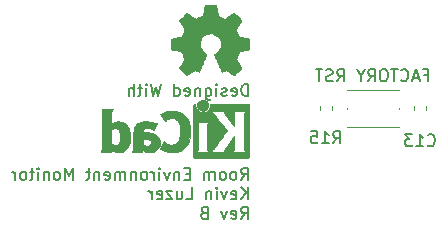
<source format=gbr>
G04 #@! TF.GenerationSoftware,KiCad,Pcbnew,5.1.9-73d0e3b20d~88~ubuntu20.04.1*
G04 #@! TF.CreationDate,2021-01-09T21:31:29-06:00*
G04 #@! TF.ProjectId,pcb,7063622e-6b69-4636-9164-5f7063625858,rev?*
G04 #@! TF.SameCoordinates,Original*
G04 #@! TF.FileFunction,Legend,Bot*
G04 #@! TF.FilePolarity,Positive*
%FSLAX46Y46*%
G04 Gerber Fmt 4.6, Leading zero omitted, Abs format (unit mm)*
G04 Created by KiCad (PCBNEW 5.1.9-73d0e3b20d~88~ubuntu20.04.1) date 2021-01-09 21:31:29*
%MOMM*%
%LPD*%
G01*
G04 APERTURE LIST*
%ADD10C,0.150000*%
%ADD11C,0.010000*%
%ADD12C,0.120000*%
G04 APERTURE END LIST*
D10*
X75858142Y-70928571D02*
X76191476Y-70928571D01*
X76191476Y-71452380D02*
X76191476Y-70452380D01*
X75715285Y-70452380D01*
X75381952Y-71166666D02*
X74905761Y-71166666D01*
X75477190Y-71452380D02*
X75143857Y-70452380D01*
X74810523Y-71452380D01*
X73905761Y-71357142D02*
X73953380Y-71404761D01*
X74096238Y-71452380D01*
X74191476Y-71452380D01*
X74334333Y-71404761D01*
X74429571Y-71309523D01*
X74477190Y-71214285D01*
X74524809Y-71023809D01*
X74524809Y-70880952D01*
X74477190Y-70690476D01*
X74429571Y-70595238D01*
X74334333Y-70500000D01*
X74191476Y-70452380D01*
X74096238Y-70452380D01*
X73953380Y-70500000D01*
X73905761Y-70547619D01*
X73620047Y-70452380D02*
X73048619Y-70452380D01*
X73334333Y-71452380D02*
X73334333Y-70452380D01*
X72524809Y-70452380D02*
X72334333Y-70452380D01*
X72239095Y-70500000D01*
X72143857Y-70595238D01*
X72096238Y-70785714D01*
X72096238Y-71119047D01*
X72143857Y-71309523D01*
X72239095Y-71404761D01*
X72334333Y-71452380D01*
X72524809Y-71452380D01*
X72620047Y-71404761D01*
X72715285Y-71309523D01*
X72762904Y-71119047D01*
X72762904Y-70785714D01*
X72715285Y-70595238D01*
X72620047Y-70500000D01*
X72524809Y-70452380D01*
X71096238Y-71452380D02*
X71429571Y-70976190D01*
X71667666Y-71452380D02*
X71667666Y-70452380D01*
X71286714Y-70452380D01*
X71191476Y-70500000D01*
X71143857Y-70547619D01*
X71096238Y-70642857D01*
X71096238Y-70785714D01*
X71143857Y-70880952D01*
X71191476Y-70928571D01*
X71286714Y-70976190D01*
X71667666Y-70976190D01*
X70477190Y-70976190D02*
X70477190Y-71452380D01*
X70810523Y-70452380D02*
X70477190Y-70976190D01*
X70143857Y-70452380D01*
X68477190Y-71452380D02*
X68810523Y-70976190D01*
X69048619Y-71452380D02*
X69048619Y-70452380D01*
X68667666Y-70452380D01*
X68572428Y-70500000D01*
X68524809Y-70547619D01*
X68477190Y-70642857D01*
X68477190Y-70785714D01*
X68524809Y-70880952D01*
X68572428Y-70928571D01*
X68667666Y-70976190D01*
X69048619Y-70976190D01*
X68096238Y-71404761D02*
X67953380Y-71452380D01*
X67715285Y-71452380D01*
X67620047Y-71404761D01*
X67572428Y-71357142D01*
X67524809Y-71261904D01*
X67524809Y-71166666D01*
X67572428Y-71071428D01*
X67620047Y-71023809D01*
X67715285Y-70976190D01*
X67905761Y-70928571D01*
X68001000Y-70880952D01*
X68048619Y-70833333D01*
X68096238Y-70738095D01*
X68096238Y-70642857D01*
X68048619Y-70547619D01*
X68001000Y-70500000D01*
X67905761Y-70452380D01*
X67667666Y-70452380D01*
X67524809Y-70500000D01*
X67239095Y-70452380D02*
X66667666Y-70452380D01*
X66953380Y-71452380D02*
X66953380Y-70452380D01*
X60928571Y-72702380D02*
X60928571Y-71702380D01*
X60690476Y-71702380D01*
X60547619Y-71750000D01*
X60452380Y-71845238D01*
X60404761Y-71940476D01*
X60357142Y-72130952D01*
X60357142Y-72273809D01*
X60404761Y-72464285D01*
X60452380Y-72559523D01*
X60547619Y-72654761D01*
X60690476Y-72702380D01*
X60928571Y-72702380D01*
X59547619Y-72654761D02*
X59642857Y-72702380D01*
X59833333Y-72702380D01*
X59928571Y-72654761D01*
X59976190Y-72559523D01*
X59976190Y-72178571D01*
X59928571Y-72083333D01*
X59833333Y-72035714D01*
X59642857Y-72035714D01*
X59547619Y-72083333D01*
X59500000Y-72178571D01*
X59500000Y-72273809D01*
X59976190Y-72369047D01*
X59119047Y-72654761D02*
X59023809Y-72702380D01*
X58833333Y-72702380D01*
X58738095Y-72654761D01*
X58690476Y-72559523D01*
X58690476Y-72511904D01*
X58738095Y-72416666D01*
X58833333Y-72369047D01*
X58976190Y-72369047D01*
X59071428Y-72321428D01*
X59119047Y-72226190D01*
X59119047Y-72178571D01*
X59071428Y-72083333D01*
X58976190Y-72035714D01*
X58833333Y-72035714D01*
X58738095Y-72083333D01*
X58261904Y-72702380D02*
X58261904Y-72035714D01*
X58261904Y-71702380D02*
X58309523Y-71750000D01*
X58261904Y-71797619D01*
X58214285Y-71750000D01*
X58261904Y-71702380D01*
X58261904Y-71797619D01*
X57357142Y-72035714D02*
X57357142Y-72845238D01*
X57404761Y-72940476D01*
X57452380Y-72988095D01*
X57547619Y-73035714D01*
X57690476Y-73035714D01*
X57785714Y-72988095D01*
X57357142Y-72654761D02*
X57452380Y-72702380D01*
X57642857Y-72702380D01*
X57738095Y-72654761D01*
X57785714Y-72607142D01*
X57833333Y-72511904D01*
X57833333Y-72226190D01*
X57785714Y-72130952D01*
X57738095Y-72083333D01*
X57642857Y-72035714D01*
X57452380Y-72035714D01*
X57357142Y-72083333D01*
X56880952Y-72035714D02*
X56880952Y-72702380D01*
X56880952Y-72130952D02*
X56833333Y-72083333D01*
X56738095Y-72035714D01*
X56595238Y-72035714D01*
X56500000Y-72083333D01*
X56452380Y-72178571D01*
X56452380Y-72702380D01*
X55595238Y-72654761D02*
X55690476Y-72702380D01*
X55880952Y-72702380D01*
X55976190Y-72654761D01*
X56023809Y-72559523D01*
X56023809Y-72178571D01*
X55976190Y-72083333D01*
X55880952Y-72035714D01*
X55690476Y-72035714D01*
X55595238Y-72083333D01*
X55547619Y-72178571D01*
X55547619Y-72273809D01*
X56023809Y-72369047D01*
X54690476Y-72702380D02*
X54690476Y-71702380D01*
X54690476Y-72654761D02*
X54785714Y-72702380D01*
X54976190Y-72702380D01*
X55071428Y-72654761D01*
X55119047Y-72607142D01*
X55166666Y-72511904D01*
X55166666Y-72226190D01*
X55119047Y-72130952D01*
X55071428Y-72083333D01*
X54976190Y-72035714D01*
X54785714Y-72035714D01*
X54690476Y-72083333D01*
X53547619Y-71702380D02*
X53309523Y-72702380D01*
X53119047Y-71988095D01*
X52928571Y-72702380D01*
X52690476Y-71702380D01*
X52309523Y-72702380D02*
X52309523Y-72035714D01*
X52309523Y-71702380D02*
X52357142Y-71750000D01*
X52309523Y-71797619D01*
X52261904Y-71750000D01*
X52309523Y-71702380D01*
X52309523Y-71797619D01*
X51976190Y-72035714D02*
X51595238Y-72035714D01*
X51833333Y-71702380D02*
X51833333Y-72559523D01*
X51785714Y-72654761D01*
X51690476Y-72702380D01*
X51595238Y-72702380D01*
X51261904Y-72702380D02*
X51261904Y-71702380D01*
X50833333Y-72702380D02*
X50833333Y-72178571D01*
X50880952Y-72083333D01*
X50976190Y-72035714D01*
X51119047Y-72035714D01*
X51214285Y-72083333D01*
X51261904Y-72130952D01*
X60342976Y-79802380D02*
X60676309Y-79326190D01*
X60914404Y-79802380D02*
X60914404Y-78802380D01*
X60533452Y-78802380D01*
X60438214Y-78850000D01*
X60390595Y-78897619D01*
X60342976Y-78992857D01*
X60342976Y-79135714D01*
X60390595Y-79230952D01*
X60438214Y-79278571D01*
X60533452Y-79326190D01*
X60914404Y-79326190D01*
X59771547Y-79802380D02*
X59866785Y-79754761D01*
X59914404Y-79707142D01*
X59962023Y-79611904D01*
X59962023Y-79326190D01*
X59914404Y-79230952D01*
X59866785Y-79183333D01*
X59771547Y-79135714D01*
X59628690Y-79135714D01*
X59533452Y-79183333D01*
X59485833Y-79230952D01*
X59438214Y-79326190D01*
X59438214Y-79611904D01*
X59485833Y-79707142D01*
X59533452Y-79754761D01*
X59628690Y-79802380D01*
X59771547Y-79802380D01*
X58866785Y-79802380D02*
X58962023Y-79754761D01*
X59009642Y-79707142D01*
X59057261Y-79611904D01*
X59057261Y-79326190D01*
X59009642Y-79230952D01*
X58962023Y-79183333D01*
X58866785Y-79135714D01*
X58723928Y-79135714D01*
X58628690Y-79183333D01*
X58581071Y-79230952D01*
X58533452Y-79326190D01*
X58533452Y-79611904D01*
X58581071Y-79707142D01*
X58628690Y-79754761D01*
X58723928Y-79802380D01*
X58866785Y-79802380D01*
X58104880Y-79802380D02*
X58104880Y-79135714D01*
X58104880Y-79230952D02*
X58057261Y-79183333D01*
X57962023Y-79135714D01*
X57819166Y-79135714D01*
X57723928Y-79183333D01*
X57676309Y-79278571D01*
X57676309Y-79802380D01*
X57676309Y-79278571D02*
X57628690Y-79183333D01*
X57533452Y-79135714D01*
X57390595Y-79135714D01*
X57295357Y-79183333D01*
X57247738Y-79278571D01*
X57247738Y-79802380D01*
X56009642Y-79278571D02*
X55676309Y-79278571D01*
X55533452Y-79802380D02*
X56009642Y-79802380D01*
X56009642Y-78802380D01*
X55533452Y-78802380D01*
X55104880Y-79135714D02*
X55104880Y-79802380D01*
X55104880Y-79230952D02*
X55057261Y-79183333D01*
X54962023Y-79135714D01*
X54819166Y-79135714D01*
X54723928Y-79183333D01*
X54676309Y-79278571D01*
X54676309Y-79802380D01*
X54295357Y-79135714D02*
X54057261Y-79802380D01*
X53819166Y-79135714D01*
X53438214Y-79802380D02*
X53438214Y-79135714D01*
X53438214Y-78802380D02*
X53485833Y-78850000D01*
X53438214Y-78897619D01*
X53390595Y-78850000D01*
X53438214Y-78802380D01*
X53438214Y-78897619D01*
X52962023Y-79802380D02*
X52962023Y-79135714D01*
X52962023Y-79326190D02*
X52914404Y-79230952D01*
X52866785Y-79183333D01*
X52771547Y-79135714D01*
X52676309Y-79135714D01*
X52200119Y-79802380D02*
X52295357Y-79754761D01*
X52342976Y-79707142D01*
X52390595Y-79611904D01*
X52390595Y-79326190D01*
X52342976Y-79230952D01*
X52295357Y-79183333D01*
X52200119Y-79135714D01*
X52057261Y-79135714D01*
X51962023Y-79183333D01*
X51914404Y-79230952D01*
X51866785Y-79326190D01*
X51866785Y-79611904D01*
X51914404Y-79707142D01*
X51962023Y-79754761D01*
X52057261Y-79802380D01*
X52200119Y-79802380D01*
X51438214Y-79135714D02*
X51438214Y-79802380D01*
X51438214Y-79230952D02*
X51390595Y-79183333D01*
X51295357Y-79135714D01*
X51152500Y-79135714D01*
X51057261Y-79183333D01*
X51009642Y-79278571D01*
X51009642Y-79802380D01*
X50533452Y-79802380D02*
X50533452Y-79135714D01*
X50533452Y-79230952D02*
X50485833Y-79183333D01*
X50390595Y-79135714D01*
X50247738Y-79135714D01*
X50152500Y-79183333D01*
X50104880Y-79278571D01*
X50104880Y-79802380D01*
X50104880Y-79278571D02*
X50057261Y-79183333D01*
X49962023Y-79135714D01*
X49819166Y-79135714D01*
X49723928Y-79183333D01*
X49676309Y-79278571D01*
X49676309Y-79802380D01*
X48819166Y-79754761D02*
X48914404Y-79802380D01*
X49104880Y-79802380D01*
X49200119Y-79754761D01*
X49247738Y-79659523D01*
X49247738Y-79278571D01*
X49200119Y-79183333D01*
X49104880Y-79135714D01*
X48914404Y-79135714D01*
X48819166Y-79183333D01*
X48771547Y-79278571D01*
X48771547Y-79373809D01*
X49247738Y-79469047D01*
X48342976Y-79135714D02*
X48342976Y-79802380D01*
X48342976Y-79230952D02*
X48295357Y-79183333D01*
X48200119Y-79135714D01*
X48057261Y-79135714D01*
X47962023Y-79183333D01*
X47914404Y-79278571D01*
X47914404Y-79802380D01*
X47581071Y-79135714D02*
X47200119Y-79135714D01*
X47438214Y-78802380D02*
X47438214Y-79659523D01*
X47390595Y-79754761D01*
X47295357Y-79802380D01*
X47200119Y-79802380D01*
X46104880Y-79802380D02*
X46104880Y-78802380D01*
X45771547Y-79516666D01*
X45438214Y-78802380D01*
X45438214Y-79802380D01*
X44819166Y-79802380D02*
X44914404Y-79754761D01*
X44962023Y-79707142D01*
X45009642Y-79611904D01*
X45009642Y-79326190D01*
X44962023Y-79230952D01*
X44914404Y-79183333D01*
X44819166Y-79135714D01*
X44676309Y-79135714D01*
X44581071Y-79183333D01*
X44533452Y-79230952D01*
X44485833Y-79326190D01*
X44485833Y-79611904D01*
X44533452Y-79707142D01*
X44581071Y-79754761D01*
X44676309Y-79802380D01*
X44819166Y-79802380D01*
X44057261Y-79135714D02*
X44057261Y-79802380D01*
X44057261Y-79230952D02*
X44009642Y-79183333D01*
X43914404Y-79135714D01*
X43771547Y-79135714D01*
X43676309Y-79183333D01*
X43628690Y-79278571D01*
X43628690Y-79802380D01*
X43152500Y-79802380D02*
X43152500Y-79135714D01*
X43152500Y-78802380D02*
X43200119Y-78850000D01*
X43152500Y-78897619D01*
X43104880Y-78850000D01*
X43152500Y-78802380D01*
X43152500Y-78897619D01*
X42819166Y-79135714D02*
X42438214Y-79135714D01*
X42676309Y-78802380D02*
X42676309Y-79659523D01*
X42628690Y-79754761D01*
X42533452Y-79802380D01*
X42438214Y-79802380D01*
X41962023Y-79802380D02*
X42057261Y-79754761D01*
X42104880Y-79707142D01*
X42152500Y-79611904D01*
X42152500Y-79326190D01*
X42104880Y-79230952D01*
X42057261Y-79183333D01*
X41962023Y-79135714D01*
X41819166Y-79135714D01*
X41723928Y-79183333D01*
X41676309Y-79230952D01*
X41628690Y-79326190D01*
X41628690Y-79611904D01*
X41676309Y-79707142D01*
X41723928Y-79754761D01*
X41819166Y-79802380D01*
X41962023Y-79802380D01*
X41200119Y-79802380D02*
X41200119Y-79135714D01*
X41200119Y-79326190D02*
X41152500Y-79230952D01*
X41104880Y-79183333D01*
X41009642Y-79135714D01*
X40914404Y-79135714D01*
X60914404Y-81452380D02*
X60914404Y-80452380D01*
X60342976Y-81452380D02*
X60771547Y-80880952D01*
X60342976Y-80452380D02*
X60914404Y-81023809D01*
X59533452Y-81404761D02*
X59628690Y-81452380D01*
X59819166Y-81452380D01*
X59914404Y-81404761D01*
X59962023Y-81309523D01*
X59962023Y-80928571D01*
X59914404Y-80833333D01*
X59819166Y-80785714D01*
X59628690Y-80785714D01*
X59533452Y-80833333D01*
X59485833Y-80928571D01*
X59485833Y-81023809D01*
X59962023Y-81119047D01*
X59152500Y-80785714D02*
X58914404Y-81452380D01*
X58676309Y-80785714D01*
X58295357Y-81452380D02*
X58295357Y-80785714D01*
X58295357Y-80452380D02*
X58342976Y-80500000D01*
X58295357Y-80547619D01*
X58247738Y-80500000D01*
X58295357Y-80452380D01*
X58295357Y-80547619D01*
X57819166Y-80785714D02*
X57819166Y-81452380D01*
X57819166Y-80880952D02*
X57771547Y-80833333D01*
X57676309Y-80785714D01*
X57533452Y-80785714D01*
X57438214Y-80833333D01*
X57390595Y-80928571D01*
X57390595Y-81452380D01*
X55676309Y-81452380D02*
X56152500Y-81452380D01*
X56152500Y-80452380D01*
X54914404Y-80785714D02*
X54914404Y-81452380D01*
X55342976Y-80785714D02*
X55342976Y-81309523D01*
X55295357Y-81404761D01*
X55200119Y-81452380D01*
X55057261Y-81452380D01*
X54962023Y-81404761D01*
X54914404Y-81357142D01*
X54533452Y-80785714D02*
X54009642Y-80785714D01*
X54533452Y-81452380D01*
X54009642Y-81452380D01*
X53247738Y-81404761D02*
X53342976Y-81452380D01*
X53533452Y-81452380D01*
X53628690Y-81404761D01*
X53676309Y-81309523D01*
X53676309Y-80928571D01*
X53628690Y-80833333D01*
X53533452Y-80785714D01*
X53342976Y-80785714D01*
X53247738Y-80833333D01*
X53200119Y-80928571D01*
X53200119Y-81023809D01*
X53676309Y-81119047D01*
X52771547Y-81452380D02*
X52771547Y-80785714D01*
X52771547Y-80976190D02*
X52723928Y-80880952D01*
X52676309Y-80833333D01*
X52581071Y-80785714D01*
X52485833Y-80785714D01*
X60342976Y-83102380D02*
X60676309Y-82626190D01*
X60914404Y-83102380D02*
X60914404Y-82102380D01*
X60533452Y-82102380D01*
X60438214Y-82150000D01*
X60390595Y-82197619D01*
X60342976Y-82292857D01*
X60342976Y-82435714D01*
X60390595Y-82530952D01*
X60438214Y-82578571D01*
X60533452Y-82626190D01*
X60914404Y-82626190D01*
X59533452Y-83054761D02*
X59628690Y-83102380D01*
X59819166Y-83102380D01*
X59914404Y-83054761D01*
X59962023Y-82959523D01*
X59962023Y-82578571D01*
X59914404Y-82483333D01*
X59819166Y-82435714D01*
X59628690Y-82435714D01*
X59533452Y-82483333D01*
X59485833Y-82578571D01*
X59485833Y-82673809D01*
X59962023Y-82769047D01*
X59152500Y-82435714D02*
X58914404Y-83102380D01*
X58676309Y-82435714D01*
X57200119Y-82578571D02*
X57057261Y-82626190D01*
X57009642Y-82673809D01*
X56962023Y-82769047D01*
X56962023Y-82911904D01*
X57009642Y-83007142D01*
X57057261Y-83054761D01*
X57152500Y-83102380D01*
X57533452Y-83102380D01*
X57533452Y-82102380D01*
X57200119Y-82102380D01*
X57104880Y-82150000D01*
X57057261Y-82197619D01*
X57009642Y-82292857D01*
X57009642Y-82388095D01*
X57057261Y-82483333D01*
X57104880Y-82530952D01*
X57200119Y-82578571D01*
X57533452Y-82578571D01*
D11*
G36*
X57194186Y-65468931D02*
G01*
X57110365Y-65913555D01*
X56801080Y-66041053D01*
X56491794Y-66168551D01*
X56120754Y-65916246D01*
X56016843Y-65845996D01*
X55922913Y-65783272D01*
X55843348Y-65730938D01*
X55782530Y-65691857D01*
X55744843Y-65668893D01*
X55734579Y-65663942D01*
X55716090Y-65676676D01*
X55676580Y-65711882D01*
X55620478Y-65765062D01*
X55552213Y-65831718D01*
X55476214Y-65907354D01*
X55396908Y-65987472D01*
X55318725Y-66067574D01*
X55246093Y-66143164D01*
X55183441Y-66209745D01*
X55135197Y-66262818D01*
X55105790Y-66297887D01*
X55098759Y-66309623D01*
X55108877Y-66331260D01*
X55137241Y-66378662D01*
X55180871Y-66447193D01*
X55236782Y-66532215D01*
X55301994Y-66629093D01*
X55339781Y-66684350D01*
X55408657Y-66785248D01*
X55469860Y-66876299D01*
X55520422Y-66952970D01*
X55557372Y-67010728D01*
X55577742Y-67045043D01*
X55580803Y-67052254D01*
X55573864Y-67072748D01*
X55554949Y-67120513D01*
X55526913Y-67188832D01*
X55492609Y-67270989D01*
X55454891Y-67360270D01*
X55416613Y-67449958D01*
X55380630Y-67533338D01*
X55349794Y-67603694D01*
X55326961Y-67654310D01*
X55314983Y-67678471D01*
X55314276Y-67679422D01*
X55295469Y-67684036D01*
X55245382Y-67694328D01*
X55169207Y-67709287D01*
X55072135Y-67727901D01*
X54959357Y-67749159D01*
X54893558Y-67761418D01*
X54773050Y-67784362D01*
X54664203Y-67806195D01*
X54572524Y-67825722D01*
X54503519Y-67841748D01*
X54462696Y-67853079D01*
X54454489Y-67856674D01*
X54446452Y-67881006D01*
X54439967Y-67935959D01*
X54435030Y-68015108D01*
X54431636Y-68112026D01*
X54429782Y-68220287D01*
X54429462Y-68333465D01*
X54430673Y-68445135D01*
X54433410Y-68548868D01*
X54437669Y-68638241D01*
X54443445Y-68706826D01*
X54450733Y-68748197D01*
X54455105Y-68756810D01*
X54481236Y-68767133D01*
X54536607Y-68781892D01*
X54613893Y-68799352D01*
X54705770Y-68817780D01*
X54737842Y-68823741D01*
X54892476Y-68852066D01*
X55014625Y-68874876D01*
X55108327Y-68893080D01*
X55177616Y-68907583D01*
X55226529Y-68919292D01*
X55259103Y-68929115D01*
X55279372Y-68937956D01*
X55291374Y-68946724D01*
X55293053Y-68948457D01*
X55309816Y-68976371D01*
X55335386Y-69030695D01*
X55367212Y-69104777D01*
X55402740Y-69191965D01*
X55439417Y-69285608D01*
X55474689Y-69379052D01*
X55506004Y-69465647D01*
X55530807Y-69538740D01*
X55546546Y-69591678D01*
X55550668Y-69617811D01*
X55550324Y-69618726D01*
X55536359Y-69640086D01*
X55504678Y-69687084D01*
X55458609Y-69754827D01*
X55401482Y-69838423D01*
X55336627Y-69932982D01*
X55318157Y-69959854D01*
X55252301Y-70057275D01*
X55194350Y-70146163D01*
X55147462Y-70221412D01*
X55114793Y-70277920D01*
X55099500Y-70310581D01*
X55098759Y-70314593D01*
X55111608Y-70335684D01*
X55147112Y-70377464D01*
X55200707Y-70435445D01*
X55267829Y-70505135D01*
X55343913Y-70582045D01*
X55424396Y-70661683D01*
X55504713Y-70739561D01*
X55580301Y-70811186D01*
X55646595Y-70872070D01*
X55699031Y-70917721D01*
X55733045Y-70943650D01*
X55742455Y-70947883D01*
X55764357Y-70937912D01*
X55809200Y-70911020D01*
X55869679Y-70871736D01*
X55916211Y-70840117D01*
X56000525Y-70782098D01*
X56100374Y-70713784D01*
X56200527Y-70645579D01*
X56254373Y-70609075D01*
X56436629Y-70485800D01*
X56589619Y-70568520D01*
X56659318Y-70604759D01*
X56718586Y-70632926D01*
X56758689Y-70648991D01*
X56768897Y-70651226D01*
X56781171Y-70634722D01*
X56805387Y-70588082D01*
X56839737Y-70515609D01*
X56882412Y-70421606D01*
X56931606Y-70310374D01*
X56985510Y-70186215D01*
X57042316Y-70053432D01*
X57100218Y-69916327D01*
X57157407Y-69779202D01*
X57212076Y-69646358D01*
X57262416Y-69522098D01*
X57306620Y-69410725D01*
X57342881Y-69316539D01*
X57369391Y-69243844D01*
X57384342Y-69196941D01*
X57386746Y-69180833D01*
X57367689Y-69160286D01*
X57325964Y-69126933D01*
X57270294Y-69087702D01*
X57265622Y-69084599D01*
X57121736Y-68969423D01*
X57005717Y-68835053D01*
X56918570Y-68685784D01*
X56861301Y-68525913D01*
X56834914Y-68359737D01*
X56840415Y-68191552D01*
X56878810Y-68025655D01*
X56951105Y-67866342D01*
X56972374Y-67831487D01*
X57083004Y-67690737D01*
X57213698Y-67577714D01*
X57359936Y-67493003D01*
X57517192Y-67437194D01*
X57680943Y-67410874D01*
X57846667Y-67414630D01*
X58009838Y-67449050D01*
X58165935Y-67514723D01*
X58310433Y-67612235D01*
X58355131Y-67651813D01*
X58468888Y-67775703D01*
X58551782Y-67906124D01*
X58608644Y-68052315D01*
X58640313Y-68197088D01*
X58648131Y-68359860D01*
X58622062Y-68523440D01*
X58564755Y-68682298D01*
X58478856Y-68830906D01*
X58367014Y-68963735D01*
X58231877Y-69075256D01*
X58214117Y-69087011D01*
X58157850Y-69125508D01*
X58115077Y-69158863D01*
X58094628Y-69180160D01*
X58094331Y-69180833D01*
X58098721Y-69203871D01*
X58116124Y-69256157D01*
X58144732Y-69333390D01*
X58182735Y-69431268D01*
X58228326Y-69545491D01*
X58279697Y-69671758D01*
X58335038Y-69805767D01*
X58392542Y-69943218D01*
X58450399Y-70079808D01*
X58506802Y-70211237D01*
X58559942Y-70333205D01*
X58608010Y-70441409D01*
X58649199Y-70531549D01*
X58681699Y-70599323D01*
X58703703Y-70640430D01*
X58712564Y-70651226D01*
X58739640Y-70642819D01*
X58790303Y-70620272D01*
X58855817Y-70587613D01*
X58891841Y-70568520D01*
X59044832Y-70485800D01*
X59227088Y-70609075D01*
X59320125Y-70672228D01*
X59421985Y-70741727D01*
X59517438Y-70807165D01*
X59565250Y-70840117D01*
X59632495Y-70885273D01*
X59689436Y-70921057D01*
X59728646Y-70942938D01*
X59741381Y-70947563D01*
X59759917Y-70935085D01*
X59800941Y-70900252D01*
X59860475Y-70846678D01*
X59934542Y-70777983D01*
X60019165Y-70697781D01*
X60072685Y-70646286D01*
X60166319Y-70554286D01*
X60247241Y-70471999D01*
X60312177Y-70402945D01*
X60357858Y-70350644D01*
X60381011Y-70318616D01*
X60383232Y-70312116D01*
X60372924Y-70287394D01*
X60344439Y-70237405D01*
X60300937Y-70167212D01*
X60245577Y-70081875D01*
X60181520Y-69986456D01*
X60163303Y-69959854D01*
X60096927Y-69863167D01*
X60037378Y-69776117D01*
X59987984Y-69703595D01*
X59952075Y-69650493D01*
X59932981Y-69621703D01*
X59931136Y-69618726D01*
X59933895Y-69595782D01*
X59948538Y-69545336D01*
X59972513Y-69474041D01*
X60003266Y-69388547D01*
X60038244Y-69295507D01*
X60074893Y-69201574D01*
X60110661Y-69113399D01*
X60142994Y-69037634D01*
X60169338Y-68980931D01*
X60187142Y-68949943D01*
X60188407Y-68948457D01*
X60199294Y-68939601D01*
X60217682Y-68930843D01*
X60247606Y-68921277D01*
X60293103Y-68909996D01*
X60358209Y-68896093D01*
X60446961Y-68878663D01*
X60563393Y-68856798D01*
X60711542Y-68829591D01*
X60743618Y-68823741D01*
X60838686Y-68805374D01*
X60921565Y-68787405D01*
X60984930Y-68771569D01*
X61021458Y-68759600D01*
X61026356Y-68756810D01*
X61034427Y-68732072D01*
X61040987Y-68676790D01*
X61046033Y-68597389D01*
X61049559Y-68500296D01*
X61051561Y-68391938D01*
X61052036Y-68278740D01*
X61050977Y-68167128D01*
X61048382Y-68063529D01*
X61044246Y-67974368D01*
X61038563Y-67906072D01*
X61031331Y-67865066D01*
X61026971Y-67856674D01*
X61002698Y-67848208D01*
X60947426Y-67834435D01*
X60866662Y-67816550D01*
X60765912Y-67795748D01*
X60650683Y-67773223D01*
X60587902Y-67761418D01*
X60468787Y-67739151D01*
X60362565Y-67718979D01*
X60274427Y-67701915D01*
X60209566Y-67688969D01*
X60173174Y-67681155D01*
X60167184Y-67679422D01*
X60157061Y-67659890D01*
X60135662Y-67612843D01*
X60105839Y-67545003D01*
X60070445Y-67463091D01*
X60032332Y-67373828D01*
X59994353Y-67283935D01*
X59959360Y-67200135D01*
X59930206Y-67129147D01*
X59909743Y-67077694D01*
X59900823Y-67052497D01*
X59900657Y-67051396D01*
X59910769Y-67031519D01*
X59939117Y-66985777D01*
X59982723Y-66918717D01*
X60038606Y-66834884D01*
X60103787Y-66738826D01*
X60141679Y-66683650D01*
X60210725Y-66582481D01*
X60272050Y-66490630D01*
X60322663Y-66412744D01*
X60359571Y-66353469D01*
X60379782Y-66317451D01*
X60382701Y-66309377D01*
X60370153Y-66290584D01*
X60335463Y-66250457D01*
X60283063Y-66193493D01*
X60217384Y-66124185D01*
X60142856Y-66047031D01*
X60063913Y-65966525D01*
X59984983Y-65887163D01*
X59910500Y-65813440D01*
X59844894Y-65749852D01*
X59792596Y-65700894D01*
X59758039Y-65671061D01*
X59746478Y-65663942D01*
X59727654Y-65673953D01*
X59682631Y-65702078D01*
X59615787Y-65745454D01*
X59531499Y-65801218D01*
X59434144Y-65866506D01*
X59360707Y-65916246D01*
X58989667Y-66168551D01*
X58371095Y-65913555D01*
X58287275Y-65468931D01*
X58203454Y-65024307D01*
X57278006Y-65024307D01*
X57194186Y-65468931D01*
G37*
X57194186Y-65468931D02*
X57110365Y-65913555D01*
X56801080Y-66041053D01*
X56491794Y-66168551D01*
X56120754Y-65916246D01*
X56016843Y-65845996D01*
X55922913Y-65783272D01*
X55843348Y-65730938D01*
X55782530Y-65691857D01*
X55744843Y-65668893D01*
X55734579Y-65663942D01*
X55716090Y-65676676D01*
X55676580Y-65711882D01*
X55620478Y-65765062D01*
X55552213Y-65831718D01*
X55476214Y-65907354D01*
X55396908Y-65987472D01*
X55318725Y-66067574D01*
X55246093Y-66143164D01*
X55183441Y-66209745D01*
X55135197Y-66262818D01*
X55105790Y-66297887D01*
X55098759Y-66309623D01*
X55108877Y-66331260D01*
X55137241Y-66378662D01*
X55180871Y-66447193D01*
X55236782Y-66532215D01*
X55301994Y-66629093D01*
X55339781Y-66684350D01*
X55408657Y-66785248D01*
X55469860Y-66876299D01*
X55520422Y-66952970D01*
X55557372Y-67010728D01*
X55577742Y-67045043D01*
X55580803Y-67052254D01*
X55573864Y-67072748D01*
X55554949Y-67120513D01*
X55526913Y-67188832D01*
X55492609Y-67270989D01*
X55454891Y-67360270D01*
X55416613Y-67449958D01*
X55380630Y-67533338D01*
X55349794Y-67603694D01*
X55326961Y-67654310D01*
X55314983Y-67678471D01*
X55314276Y-67679422D01*
X55295469Y-67684036D01*
X55245382Y-67694328D01*
X55169207Y-67709287D01*
X55072135Y-67727901D01*
X54959357Y-67749159D01*
X54893558Y-67761418D01*
X54773050Y-67784362D01*
X54664203Y-67806195D01*
X54572524Y-67825722D01*
X54503519Y-67841748D01*
X54462696Y-67853079D01*
X54454489Y-67856674D01*
X54446452Y-67881006D01*
X54439967Y-67935959D01*
X54435030Y-68015108D01*
X54431636Y-68112026D01*
X54429782Y-68220287D01*
X54429462Y-68333465D01*
X54430673Y-68445135D01*
X54433410Y-68548868D01*
X54437669Y-68638241D01*
X54443445Y-68706826D01*
X54450733Y-68748197D01*
X54455105Y-68756810D01*
X54481236Y-68767133D01*
X54536607Y-68781892D01*
X54613893Y-68799352D01*
X54705770Y-68817780D01*
X54737842Y-68823741D01*
X54892476Y-68852066D01*
X55014625Y-68874876D01*
X55108327Y-68893080D01*
X55177616Y-68907583D01*
X55226529Y-68919292D01*
X55259103Y-68929115D01*
X55279372Y-68937956D01*
X55291374Y-68946724D01*
X55293053Y-68948457D01*
X55309816Y-68976371D01*
X55335386Y-69030695D01*
X55367212Y-69104777D01*
X55402740Y-69191965D01*
X55439417Y-69285608D01*
X55474689Y-69379052D01*
X55506004Y-69465647D01*
X55530807Y-69538740D01*
X55546546Y-69591678D01*
X55550668Y-69617811D01*
X55550324Y-69618726D01*
X55536359Y-69640086D01*
X55504678Y-69687084D01*
X55458609Y-69754827D01*
X55401482Y-69838423D01*
X55336627Y-69932982D01*
X55318157Y-69959854D01*
X55252301Y-70057275D01*
X55194350Y-70146163D01*
X55147462Y-70221412D01*
X55114793Y-70277920D01*
X55099500Y-70310581D01*
X55098759Y-70314593D01*
X55111608Y-70335684D01*
X55147112Y-70377464D01*
X55200707Y-70435445D01*
X55267829Y-70505135D01*
X55343913Y-70582045D01*
X55424396Y-70661683D01*
X55504713Y-70739561D01*
X55580301Y-70811186D01*
X55646595Y-70872070D01*
X55699031Y-70917721D01*
X55733045Y-70943650D01*
X55742455Y-70947883D01*
X55764357Y-70937912D01*
X55809200Y-70911020D01*
X55869679Y-70871736D01*
X55916211Y-70840117D01*
X56000525Y-70782098D01*
X56100374Y-70713784D01*
X56200527Y-70645579D01*
X56254373Y-70609075D01*
X56436629Y-70485800D01*
X56589619Y-70568520D01*
X56659318Y-70604759D01*
X56718586Y-70632926D01*
X56758689Y-70648991D01*
X56768897Y-70651226D01*
X56781171Y-70634722D01*
X56805387Y-70588082D01*
X56839737Y-70515609D01*
X56882412Y-70421606D01*
X56931606Y-70310374D01*
X56985510Y-70186215D01*
X57042316Y-70053432D01*
X57100218Y-69916327D01*
X57157407Y-69779202D01*
X57212076Y-69646358D01*
X57262416Y-69522098D01*
X57306620Y-69410725D01*
X57342881Y-69316539D01*
X57369391Y-69243844D01*
X57384342Y-69196941D01*
X57386746Y-69180833D01*
X57367689Y-69160286D01*
X57325964Y-69126933D01*
X57270294Y-69087702D01*
X57265622Y-69084599D01*
X57121736Y-68969423D01*
X57005717Y-68835053D01*
X56918570Y-68685784D01*
X56861301Y-68525913D01*
X56834914Y-68359737D01*
X56840415Y-68191552D01*
X56878810Y-68025655D01*
X56951105Y-67866342D01*
X56972374Y-67831487D01*
X57083004Y-67690737D01*
X57213698Y-67577714D01*
X57359936Y-67493003D01*
X57517192Y-67437194D01*
X57680943Y-67410874D01*
X57846667Y-67414630D01*
X58009838Y-67449050D01*
X58165935Y-67514723D01*
X58310433Y-67612235D01*
X58355131Y-67651813D01*
X58468888Y-67775703D01*
X58551782Y-67906124D01*
X58608644Y-68052315D01*
X58640313Y-68197088D01*
X58648131Y-68359860D01*
X58622062Y-68523440D01*
X58564755Y-68682298D01*
X58478856Y-68830906D01*
X58367014Y-68963735D01*
X58231877Y-69075256D01*
X58214117Y-69087011D01*
X58157850Y-69125508D01*
X58115077Y-69158863D01*
X58094628Y-69180160D01*
X58094331Y-69180833D01*
X58098721Y-69203871D01*
X58116124Y-69256157D01*
X58144732Y-69333390D01*
X58182735Y-69431268D01*
X58228326Y-69545491D01*
X58279697Y-69671758D01*
X58335038Y-69805767D01*
X58392542Y-69943218D01*
X58450399Y-70079808D01*
X58506802Y-70211237D01*
X58559942Y-70333205D01*
X58608010Y-70441409D01*
X58649199Y-70531549D01*
X58681699Y-70599323D01*
X58703703Y-70640430D01*
X58712564Y-70651226D01*
X58739640Y-70642819D01*
X58790303Y-70620272D01*
X58855817Y-70587613D01*
X58891841Y-70568520D01*
X59044832Y-70485800D01*
X59227088Y-70609075D01*
X59320125Y-70672228D01*
X59421985Y-70741727D01*
X59517438Y-70807165D01*
X59565250Y-70840117D01*
X59632495Y-70885273D01*
X59689436Y-70921057D01*
X59728646Y-70942938D01*
X59741381Y-70947563D01*
X59759917Y-70935085D01*
X59800941Y-70900252D01*
X59860475Y-70846678D01*
X59934542Y-70777983D01*
X60019165Y-70697781D01*
X60072685Y-70646286D01*
X60166319Y-70554286D01*
X60247241Y-70471999D01*
X60312177Y-70402945D01*
X60357858Y-70350644D01*
X60381011Y-70318616D01*
X60383232Y-70312116D01*
X60372924Y-70287394D01*
X60344439Y-70237405D01*
X60300937Y-70167212D01*
X60245577Y-70081875D01*
X60181520Y-69986456D01*
X60163303Y-69959854D01*
X60096927Y-69863167D01*
X60037378Y-69776117D01*
X59987984Y-69703595D01*
X59952075Y-69650493D01*
X59932981Y-69621703D01*
X59931136Y-69618726D01*
X59933895Y-69595782D01*
X59948538Y-69545336D01*
X59972513Y-69474041D01*
X60003266Y-69388547D01*
X60038244Y-69295507D01*
X60074893Y-69201574D01*
X60110661Y-69113399D01*
X60142994Y-69037634D01*
X60169338Y-68980931D01*
X60187142Y-68949943D01*
X60188407Y-68948457D01*
X60199294Y-68939601D01*
X60217682Y-68930843D01*
X60247606Y-68921277D01*
X60293103Y-68909996D01*
X60358209Y-68896093D01*
X60446961Y-68878663D01*
X60563393Y-68856798D01*
X60711542Y-68829591D01*
X60743618Y-68823741D01*
X60838686Y-68805374D01*
X60921565Y-68787405D01*
X60984930Y-68771569D01*
X61021458Y-68759600D01*
X61026356Y-68756810D01*
X61034427Y-68732072D01*
X61040987Y-68676790D01*
X61046033Y-68597389D01*
X61049559Y-68500296D01*
X61051561Y-68391938D01*
X61052036Y-68278740D01*
X61050977Y-68167128D01*
X61048382Y-68063529D01*
X61044246Y-67974368D01*
X61038563Y-67906072D01*
X61031331Y-67865066D01*
X61026971Y-67856674D01*
X61002698Y-67848208D01*
X60947426Y-67834435D01*
X60866662Y-67816550D01*
X60765912Y-67795748D01*
X60650683Y-67773223D01*
X60587902Y-67761418D01*
X60468787Y-67739151D01*
X60362565Y-67718979D01*
X60274427Y-67701915D01*
X60209566Y-67688969D01*
X60173174Y-67681155D01*
X60167184Y-67679422D01*
X60157061Y-67659890D01*
X60135662Y-67612843D01*
X60105839Y-67545003D01*
X60070445Y-67463091D01*
X60032332Y-67373828D01*
X59994353Y-67283935D01*
X59959360Y-67200135D01*
X59930206Y-67129147D01*
X59909743Y-67077694D01*
X59900823Y-67052497D01*
X59900657Y-67051396D01*
X59910769Y-67031519D01*
X59939117Y-66985777D01*
X59982723Y-66918717D01*
X60038606Y-66834884D01*
X60103787Y-66738826D01*
X60141679Y-66683650D01*
X60210725Y-66582481D01*
X60272050Y-66490630D01*
X60322663Y-66412744D01*
X60359571Y-66353469D01*
X60379782Y-66317451D01*
X60382701Y-66309377D01*
X60370153Y-66290584D01*
X60335463Y-66250457D01*
X60283063Y-66193493D01*
X60217384Y-66124185D01*
X60142856Y-66047031D01*
X60063913Y-65966525D01*
X59984983Y-65887163D01*
X59910500Y-65813440D01*
X59844894Y-65749852D01*
X59792596Y-65700894D01*
X59758039Y-65671061D01*
X59746478Y-65663942D01*
X59727654Y-65673953D01*
X59682631Y-65702078D01*
X59615787Y-65745454D01*
X59531499Y-65801218D01*
X59434144Y-65866506D01*
X59360707Y-65916246D01*
X58989667Y-66168551D01*
X58371095Y-65913555D01*
X58287275Y-65468931D01*
X58203454Y-65024307D01*
X57278006Y-65024307D01*
X57194186Y-65468931D01*
G36*
X57023043Y-73026571D02*
G01*
X56926768Y-73050809D01*
X56840184Y-73093641D01*
X56765373Y-73153419D01*
X56704418Y-73228494D01*
X56659399Y-73317220D01*
X56633136Y-73413530D01*
X56627286Y-73510795D01*
X56642140Y-73604654D01*
X56675840Y-73692511D01*
X56726528Y-73771770D01*
X56792345Y-73839836D01*
X56871434Y-73894112D01*
X56961934Y-73932002D01*
X57013200Y-73944426D01*
X57057698Y-73951947D01*
X57091999Y-73954919D01*
X57124960Y-73953094D01*
X57165434Y-73946225D01*
X57198531Y-73939250D01*
X57291947Y-73907741D01*
X57375619Y-73856617D01*
X57447665Y-73787429D01*
X57506200Y-73701728D01*
X57520148Y-73674489D01*
X57536586Y-73638122D01*
X57546894Y-73607582D01*
X57552460Y-73575450D01*
X57554669Y-73534307D01*
X57554948Y-73488222D01*
X57550861Y-73403865D01*
X57537446Y-73334586D01*
X57512256Y-73273961D01*
X57472846Y-73215567D01*
X57434298Y-73171302D01*
X57362406Y-73105484D01*
X57287313Y-73060053D01*
X57204562Y-73032850D01*
X57126928Y-73022576D01*
X57023043Y-73026571D01*
G37*
X57023043Y-73026571D02*
X56926768Y-73050809D01*
X56840184Y-73093641D01*
X56765373Y-73153419D01*
X56704418Y-73228494D01*
X56659399Y-73317220D01*
X56633136Y-73413530D01*
X56627286Y-73510795D01*
X56642140Y-73604654D01*
X56675840Y-73692511D01*
X56726528Y-73771770D01*
X56792345Y-73839836D01*
X56871434Y-73894112D01*
X56961934Y-73932002D01*
X57013200Y-73944426D01*
X57057698Y-73951947D01*
X57091999Y-73954919D01*
X57124960Y-73953094D01*
X57165434Y-73946225D01*
X57198531Y-73939250D01*
X57291947Y-73907741D01*
X57375619Y-73856617D01*
X57447665Y-73787429D01*
X57506200Y-73701728D01*
X57520148Y-73674489D01*
X57536586Y-73638122D01*
X57546894Y-73607582D01*
X57552460Y-73575450D01*
X57554669Y-73534307D01*
X57554948Y-73488222D01*
X57550861Y-73403865D01*
X57537446Y-73334586D01*
X57512256Y-73273961D01*
X57472846Y-73215567D01*
X57434298Y-73171302D01*
X57362406Y-73105484D01*
X57287313Y-73060053D01*
X57204562Y-73032850D01*
X57126928Y-73022576D01*
X57023043Y-73026571D01*
G36*
X48563493Y-75472245D02*
G01*
X48563474Y-75706662D01*
X48563448Y-75919603D01*
X48563375Y-76112168D01*
X48563218Y-76285459D01*
X48562936Y-76440576D01*
X48562491Y-76578620D01*
X48561844Y-76700692D01*
X48560955Y-76807894D01*
X48559787Y-76901326D01*
X48558299Y-76982090D01*
X48556454Y-77051286D01*
X48554211Y-77110015D01*
X48551531Y-77159379D01*
X48548377Y-77200478D01*
X48544708Y-77234413D01*
X48540487Y-77262286D01*
X48535673Y-77285198D01*
X48530227Y-77304249D01*
X48524112Y-77320540D01*
X48517288Y-77335173D01*
X48509715Y-77349249D01*
X48501355Y-77363868D01*
X48496161Y-77372974D01*
X48461896Y-77433689D01*
X49320045Y-77433689D01*
X49320045Y-77337733D01*
X49320776Y-77294370D01*
X49322728Y-77261205D01*
X49325537Y-77243424D01*
X49326779Y-77241778D01*
X49338201Y-77248662D01*
X49360916Y-77266505D01*
X49383615Y-77285879D01*
X49438200Y-77326614D01*
X49507679Y-77367617D01*
X49584730Y-77405123D01*
X49662035Y-77435364D01*
X49692887Y-77445012D01*
X49761384Y-77459578D01*
X49844236Y-77469539D01*
X49933629Y-77474583D01*
X50021752Y-77474396D01*
X50100793Y-77468666D01*
X50138489Y-77462858D01*
X50276586Y-77424797D01*
X50403887Y-77367073D01*
X50519708Y-77290211D01*
X50623363Y-77194739D01*
X50714167Y-77081179D01*
X50780969Y-76970381D01*
X50835836Y-76853625D01*
X50877837Y-76734276D01*
X50907833Y-76608283D01*
X50926689Y-76471594D01*
X50935268Y-76320158D01*
X50935994Y-76242711D01*
X50933900Y-76185934D01*
X50104783Y-76185934D01*
X50104576Y-76279002D01*
X50101663Y-76366692D01*
X50096000Y-76443772D01*
X50087545Y-76505009D01*
X50084962Y-76517350D01*
X50053160Y-76624633D01*
X50011502Y-76711658D01*
X49959637Y-76778642D01*
X49897219Y-76825805D01*
X49823900Y-76853365D01*
X49739331Y-76861541D01*
X49643165Y-76850551D01*
X49579689Y-76834829D01*
X49530546Y-76816639D01*
X49476417Y-76790791D01*
X49435756Y-76767089D01*
X49365200Y-76720721D01*
X49365200Y-75570530D01*
X49432608Y-75526962D01*
X49511133Y-75486040D01*
X49595319Y-75459389D01*
X49680443Y-75447465D01*
X49761784Y-75450722D01*
X49834620Y-75469615D01*
X49866574Y-75485184D01*
X49924499Y-75528181D01*
X49973456Y-75584953D01*
X50014610Y-75657575D01*
X50049126Y-75748121D01*
X50078167Y-75858666D01*
X50079448Y-75864533D01*
X50089619Y-75926788D01*
X50097261Y-76004594D01*
X50102330Y-76092720D01*
X50104783Y-76185934D01*
X50933900Y-76185934D01*
X50928143Y-76029895D01*
X50906198Y-75834059D01*
X50870214Y-75655332D01*
X50820241Y-75493845D01*
X50756332Y-75349726D01*
X50678538Y-75223106D01*
X50586911Y-75114115D01*
X50481503Y-75022883D01*
X50436338Y-74991932D01*
X50335389Y-74935785D01*
X50232099Y-74896174D01*
X50122011Y-74872014D01*
X50000670Y-74862219D01*
X49908164Y-74863265D01*
X49778510Y-74874231D01*
X49665916Y-74896046D01*
X49567125Y-74929714D01*
X49478879Y-74976236D01*
X49430014Y-75010448D01*
X49400647Y-75032362D01*
X49378957Y-75047333D01*
X49370747Y-75051733D01*
X49369132Y-75040904D01*
X49367841Y-75010251D01*
X49366862Y-74962526D01*
X49366183Y-74900479D01*
X49365790Y-74826862D01*
X49365670Y-74744427D01*
X49365812Y-74655925D01*
X49366203Y-74564107D01*
X49366829Y-74471724D01*
X49367680Y-74381528D01*
X49368740Y-74296271D01*
X49369999Y-74218703D01*
X49371444Y-74151576D01*
X49373062Y-74097641D01*
X49374839Y-74059650D01*
X49375331Y-74052667D01*
X49382908Y-73982251D01*
X49394469Y-73927102D01*
X49412208Y-73879981D01*
X49438318Y-73833647D01*
X49444585Y-73824067D01*
X49469017Y-73787378D01*
X48563689Y-73787378D01*
X48563493Y-75472245D01*
G37*
X48563493Y-75472245D02*
X48563474Y-75706662D01*
X48563448Y-75919603D01*
X48563375Y-76112168D01*
X48563218Y-76285459D01*
X48562936Y-76440576D01*
X48562491Y-76578620D01*
X48561844Y-76700692D01*
X48560955Y-76807894D01*
X48559787Y-76901326D01*
X48558299Y-76982090D01*
X48556454Y-77051286D01*
X48554211Y-77110015D01*
X48551531Y-77159379D01*
X48548377Y-77200478D01*
X48544708Y-77234413D01*
X48540487Y-77262286D01*
X48535673Y-77285198D01*
X48530227Y-77304249D01*
X48524112Y-77320540D01*
X48517288Y-77335173D01*
X48509715Y-77349249D01*
X48501355Y-77363868D01*
X48496161Y-77372974D01*
X48461896Y-77433689D01*
X49320045Y-77433689D01*
X49320045Y-77337733D01*
X49320776Y-77294370D01*
X49322728Y-77261205D01*
X49325537Y-77243424D01*
X49326779Y-77241778D01*
X49338201Y-77248662D01*
X49360916Y-77266505D01*
X49383615Y-77285879D01*
X49438200Y-77326614D01*
X49507679Y-77367617D01*
X49584730Y-77405123D01*
X49662035Y-77435364D01*
X49692887Y-77445012D01*
X49761384Y-77459578D01*
X49844236Y-77469539D01*
X49933629Y-77474583D01*
X50021752Y-77474396D01*
X50100793Y-77468666D01*
X50138489Y-77462858D01*
X50276586Y-77424797D01*
X50403887Y-77367073D01*
X50519708Y-77290211D01*
X50623363Y-77194739D01*
X50714167Y-77081179D01*
X50780969Y-76970381D01*
X50835836Y-76853625D01*
X50877837Y-76734276D01*
X50907833Y-76608283D01*
X50926689Y-76471594D01*
X50935268Y-76320158D01*
X50935994Y-76242711D01*
X50933900Y-76185934D01*
X50104783Y-76185934D01*
X50104576Y-76279002D01*
X50101663Y-76366692D01*
X50096000Y-76443772D01*
X50087545Y-76505009D01*
X50084962Y-76517350D01*
X50053160Y-76624633D01*
X50011502Y-76711658D01*
X49959637Y-76778642D01*
X49897219Y-76825805D01*
X49823900Y-76853365D01*
X49739331Y-76861541D01*
X49643165Y-76850551D01*
X49579689Y-76834829D01*
X49530546Y-76816639D01*
X49476417Y-76790791D01*
X49435756Y-76767089D01*
X49365200Y-76720721D01*
X49365200Y-75570530D01*
X49432608Y-75526962D01*
X49511133Y-75486040D01*
X49595319Y-75459389D01*
X49680443Y-75447465D01*
X49761784Y-75450722D01*
X49834620Y-75469615D01*
X49866574Y-75485184D01*
X49924499Y-75528181D01*
X49973456Y-75584953D01*
X50014610Y-75657575D01*
X50049126Y-75748121D01*
X50078167Y-75858666D01*
X50079448Y-75864533D01*
X50089619Y-75926788D01*
X50097261Y-76004594D01*
X50102330Y-76092720D01*
X50104783Y-76185934D01*
X50933900Y-76185934D01*
X50928143Y-76029895D01*
X50906198Y-75834059D01*
X50870214Y-75655332D01*
X50820241Y-75493845D01*
X50756332Y-75349726D01*
X50678538Y-75223106D01*
X50586911Y-75114115D01*
X50481503Y-75022883D01*
X50436338Y-74991932D01*
X50335389Y-74935785D01*
X50232099Y-74896174D01*
X50122011Y-74872014D01*
X50000670Y-74862219D01*
X49908164Y-74863265D01*
X49778510Y-74874231D01*
X49665916Y-74896046D01*
X49567125Y-74929714D01*
X49478879Y-74976236D01*
X49430014Y-75010448D01*
X49400647Y-75032362D01*
X49378957Y-75047333D01*
X49370747Y-75051733D01*
X49369132Y-75040904D01*
X49367841Y-75010251D01*
X49366862Y-74962526D01*
X49366183Y-74900479D01*
X49365790Y-74826862D01*
X49365670Y-74744427D01*
X49365812Y-74655925D01*
X49366203Y-74564107D01*
X49366829Y-74471724D01*
X49367680Y-74381528D01*
X49368740Y-74296271D01*
X49369999Y-74218703D01*
X49371444Y-74151576D01*
X49373062Y-74097641D01*
X49374839Y-74059650D01*
X49375331Y-74052667D01*
X49382908Y-73982251D01*
X49394469Y-73927102D01*
X49412208Y-73879981D01*
X49438318Y-73833647D01*
X49444585Y-73824067D01*
X49469017Y-73787378D01*
X48563689Y-73787378D01*
X48563493Y-75472245D01*
G36*
X52076426Y-74866552D02*
G01*
X51924508Y-74886567D01*
X51789244Y-74920202D01*
X51669761Y-74967725D01*
X51565185Y-75029405D01*
X51487576Y-75092965D01*
X51418735Y-75167099D01*
X51364994Y-75246871D01*
X51322090Y-75339091D01*
X51306616Y-75382161D01*
X51293756Y-75421142D01*
X51282554Y-75457289D01*
X51272880Y-75492434D01*
X51264604Y-75528410D01*
X51257597Y-75567050D01*
X51251728Y-75610185D01*
X51246869Y-75659649D01*
X51242890Y-75717273D01*
X51239660Y-75784891D01*
X51237051Y-75864334D01*
X51234933Y-75957436D01*
X51233176Y-76066027D01*
X51231651Y-76191942D01*
X51230228Y-76337012D01*
X51228975Y-76479778D01*
X51227649Y-76635968D01*
X51226444Y-76771239D01*
X51225234Y-76887246D01*
X51223894Y-76985645D01*
X51222300Y-77068093D01*
X51220325Y-77136246D01*
X51217844Y-77191760D01*
X51214731Y-77236292D01*
X51210862Y-77271498D01*
X51206111Y-77299034D01*
X51200352Y-77320556D01*
X51193461Y-77337722D01*
X51185311Y-77352186D01*
X51175777Y-77365606D01*
X51164734Y-77379638D01*
X51160434Y-77385071D01*
X51144614Y-77407910D01*
X51137578Y-77423463D01*
X51137556Y-77423922D01*
X51148433Y-77426121D01*
X51179418Y-77428147D01*
X51228043Y-77429942D01*
X51291837Y-77431451D01*
X51368331Y-77432616D01*
X51455056Y-77433380D01*
X51549543Y-77433686D01*
X51560450Y-77433689D01*
X51983343Y-77433689D01*
X51986605Y-77337622D01*
X51989867Y-77241556D01*
X52051956Y-77292543D01*
X52149286Y-77360057D01*
X52259187Y-77414749D01*
X52345651Y-77444978D01*
X52414722Y-77459666D01*
X52498075Y-77469659D01*
X52587841Y-77474646D01*
X52676155Y-77474313D01*
X52755149Y-77468351D01*
X52791378Y-77462638D01*
X52931397Y-77424776D01*
X53057822Y-77369932D01*
X53169740Y-77298924D01*
X53266238Y-77212568D01*
X53346400Y-77111679D01*
X53409313Y-76997076D01*
X53453688Y-76870984D01*
X53466022Y-76814401D01*
X53473632Y-76752202D01*
X53477261Y-76677363D01*
X53477755Y-76643467D01*
X53477690Y-76640282D01*
X52717752Y-76640282D01*
X52708459Y-76715333D01*
X52680272Y-76779160D01*
X52631803Y-76834798D01*
X52626746Y-76839211D01*
X52578452Y-76874037D01*
X52526743Y-76896620D01*
X52466011Y-76908540D01*
X52390648Y-76911383D01*
X52372541Y-76910978D01*
X52318722Y-76908325D01*
X52278692Y-76902909D01*
X52243676Y-76892745D01*
X52204897Y-76875850D01*
X52194255Y-76870672D01*
X52133604Y-76834844D01*
X52086785Y-76792212D01*
X52074048Y-76776973D01*
X52029378Y-76720462D01*
X52029378Y-76524586D01*
X52029914Y-76445939D01*
X52031604Y-76387988D01*
X52034572Y-76348875D01*
X52038943Y-76326741D01*
X52043028Y-76320274D01*
X52058953Y-76317111D01*
X52092736Y-76314488D01*
X52139660Y-76312655D01*
X52195007Y-76311857D01*
X52203894Y-76311842D01*
X52324670Y-76317096D01*
X52427340Y-76333263D01*
X52513894Y-76360961D01*
X52586319Y-76400808D01*
X52641249Y-76447758D01*
X52685796Y-76505645D01*
X52710520Y-76568693D01*
X52717752Y-76640282D01*
X53477690Y-76640282D01*
X53475822Y-76549712D01*
X53467478Y-76470812D01*
X53451232Y-76399590D01*
X53425595Y-76328864D01*
X53401599Y-76276493D01*
X53342980Y-76181196D01*
X53264883Y-76093170D01*
X53169685Y-76014017D01*
X53059762Y-75945340D01*
X52937490Y-75888741D01*
X52805245Y-75845821D01*
X52740578Y-75830882D01*
X52604396Y-75808777D01*
X52455951Y-75794194D01*
X52304495Y-75787813D01*
X52177936Y-75789445D01*
X52016050Y-75796224D01*
X52023470Y-75737245D01*
X52042762Y-75638092D01*
X52073896Y-75557372D01*
X52117731Y-75494466D01*
X52175129Y-75448756D01*
X52246952Y-75419622D01*
X52334059Y-75406447D01*
X52437314Y-75408611D01*
X52475289Y-75412612D01*
X52616480Y-75437780D01*
X52753293Y-75478814D01*
X52847822Y-75516815D01*
X52892982Y-75536190D01*
X52931415Y-75551760D01*
X52957766Y-75561405D01*
X52965454Y-75563452D01*
X52975198Y-75554374D01*
X52991917Y-75525405D01*
X53015768Y-75476217D01*
X53046907Y-75406484D01*
X53085493Y-75315879D01*
X53092090Y-75300089D01*
X53122147Y-75227772D01*
X53149126Y-75162425D01*
X53171864Y-75106906D01*
X53189194Y-75064072D01*
X53199952Y-75036781D01*
X53203059Y-75027942D01*
X53193060Y-75023187D01*
X53166783Y-75017910D01*
X53138511Y-75014231D01*
X53108354Y-75009474D01*
X53060567Y-75000028D01*
X52999388Y-74986820D01*
X52929054Y-74970776D01*
X52853806Y-74952820D01*
X52825245Y-74945797D01*
X52720184Y-74920209D01*
X52632520Y-74900147D01*
X52557932Y-74884969D01*
X52492097Y-74874035D01*
X52430693Y-74866704D01*
X52369398Y-74862335D01*
X52303890Y-74860287D01*
X52245872Y-74859889D01*
X52076426Y-74866552D01*
G37*
X52076426Y-74866552D02*
X51924508Y-74886567D01*
X51789244Y-74920202D01*
X51669761Y-74967725D01*
X51565185Y-75029405D01*
X51487576Y-75092965D01*
X51418735Y-75167099D01*
X51364994Y-75246871D01*
X51322090Y-75339091D01*
X51306616Y-75382161D01*
X51293756Y-75421142D01*
X51282554Y-75457289D01*
X51272880Y-75492434D01*
X51264604Y-75528410D01*
X51257597Y-75567050D01*
X51251728Y-75610185D01*
X51246869Y-75659649D01*
X51242890Y-75717273D01*
X51239660Y-75784891D01*
X51237051Y-75864334D01*
X51234933Y-75957436D01*
X51233176Y-76066027D01*
X51231651Y-76191942D01*
X51230228Y-76337012D01*
X51228975Y-76479778D01*
X51227649Y-76635968D01*
X51226444Y-76771239D01*
X51225234Y-76887246D01*
X51223894Y-76985645D01*
X51222300Y-77068093D01*
X51220325Y-77136246D01*
X51217844Y-77191760D01*
X51214731Y-77236292D01*
X51210862Y-77271498D01*
X51206111Y-77299034D01*
X51200352Y-77320556D01*
X51193461Y-77337722D01*
X51185311Y-77352186D01*
X51175777Y-77365606D01*
X51164734Y-77379638D01*
X51160434Y-77385071D01*
X51144614Y-77407910D01*
X51137578Y-77423463D01*
X51137556Y-77423922D01*
X51148433Y-77426121D01*
X51179418Y-77428147D01*
X51228043Y-77429942D01*
X51291837Y-77431451D01*
X51368331Y-77432616D01*
X51455056Y-77433380D01*
X51549543Y-77433686D01*
X51560450Y-77433689D01*
X51983343Y-77433689D01*
X51986605Y-77337622D01*
X51989867Y-77241556D01*
X52051956Y-77292543D01*
X52149286Y-77360057D01*
X52259187Y-77414749D01*
X52345651Y-77444978D01*
X52414722Y-77459666D01*
X52498075Y-77469659D01*
X52587841Y-77474646D01*
X52676155Y-77474313D01*
X52755149Y-77468351D01*
X52791378Y-77462638D01*
X52931397Y-77424776D01*
X53057822Y-77369932D01*
X53169740Y-77298924D01*
X53266238Y-77212568D01*
X53346400Y-77111679D01*
X53409313Y-76997076D01*
X53453688Y-76870984D01*
X53466022Y-76814401D01*
X53473632Y-76752202D01*
X53477261Y-76677363D01*
X53477755Y-76643467D01*
X53477690Y-76640282D01*
X52717752Y-76640282D01*
X52708459Y-76715333D01*
X52680272Y-76779160D01*
X52631803Y-76834798D01*
X52626746Y-76839211D01*
X52578452Y-76874037D01*
X52526743Y-76896620D01*
X52466011Y-76908540D01*
X52390648Y-76911383D01*
X52372541Y-76910978D01*
X52318722Y-76908325D01*
X52278692Y-76902909D01*
X52243676Y-76892745D01*
X52204897Y-76875850D01*
X52194255Y-76870672D01*
X52133604Y-76834844D01*
X52086785Y-76792212D01*
X52074048Y-76776973D01*
X52029378Y-76720462D01*
X52029378Y-76524586D01*
X52029914Y-76445939D01*
X52031604Y-76387988D01*
X52034572Y-76348875D01*
X52038943Y-76326741D01*
X52043028Y-76320274D01*
X52058953Y-76317111D01*
X52092736Y-76314488D01*
X52139660Y-76312655D01*
X52195007Y-76311857D01*
X52203894Y-76311842D01*
X52324670Y-76317096D01*
X52427340Y-76333263D01*
X52513894Y-76360961D01*
X52586319Y-76400808D01*
X52641249Y-76447758D01*
X52685796Y-76505645D01*
X52710520Y-76568693D01*
X52717752Y-76640282D01*
X53477690Y-76640282D01*
X53475822Y-76549712D01*
X53467478Y-76470812D01*
X53451232Y-76399590D01*
X53425595Y-76328864D01*
X53401599Y-76276493D01*
X53342980Y-76181196D01*
X53264883Y-76093170D01*
X53169685Y-76014017D01*
X53059762Y-75945340D01*
X52937490Y-75888741D01*
X52805245Y-75845821D01*
X52740578Y-75830882D01*
X52604396Y-75808777D01*
X52455951Y-75794194D01*
X52304495Y-75787813D01*
X52177936Y-75789445D01*
X52016050Y-75796224D01*
X52023470Y-75737245D01*
X52042762Y-75638092D01*
X52073896Y-75557372D01*
X52117731Y-75494466D01*
X52175129Y-75448756D01*
X52246952Y-75419622D01*
X52334059Y-75406447D01*
X52437314Y-75408611D01*
X52475289Y-75412612D01*
X52616480Y-75437780D01*
X52753293Y-75478814D01*
X52847822Y-75516815D01*
X52892982Y-75536190D01*
X52931415Y-75551760D01*
X52957766Y-75561405D01*
X52965454Y-75563452D01*
X52975198Y-75554374D01*
X52991917Y-75525405D01*
X53015768Y-75476217D01*
X53046907Y-75406484D01*
X53085493Y-75315879D01*
X53092090Y-75300089D01*
X53122147Y-75227772D01*
X53149126Y-75162425D01*
X53171864Y-75106906D01*
X53189194Y-75064072D01*
X53199952Y-75036781D01*
X53203059Y-75027942D01*
X53193060Y-75023187D01*
X53166783Y-75017910D01*
X53138511Y-75014231D01*
X53108354Y-75009474D01*
X53060567Y-75000028D01*
X52999388Y-74986820D01*
X52929054Y-74970776D01*
X52853806Y-74952820D01*
X52825245Y-74945797D01*
X52720184Y-74920209D01*
X52632520Y-74900147D01*
X52557932Y-74884969D01*
X52492097Y-74874035D01*
X52430693Y-74866704D01*
X52369398Y-74862335D01*
X52303890Y-74860287D01*
X52245872Y-74859889D01*
X52076426Y-74866552D01*
G36*
X54421571Y-73949071D02*
G01*
X54261430Y-73970245D01*
X54097490Y-74010385D01*
X53927687Y-74069889D01*
X53749957Y-74149154D01*
X53738690Y-74154699D01*
X53680995Y-74182725D01*
X53629448Y-74206802D01*
X53587809Y-74225249D01*
X53559838Y-74236386D01*
X53550267Y-74238933D01*
X53531050Y-74243941D01*
X53526439Y-74248147D01*
X53531542Y-74258580D01*
X53547582Y-74284868D01*
X53572712Y-74324257D01*
X53605086Y-74373991D01*
X53642857Y-74431315D01*
X53684178Y-74493476D01*
X53727202Y-74557718D01*
X53770083Y-74621285D01*
X53810974Y-74681425D01*
X53848029Y-74735380D01*
X53879400Y-74780397D01*
X53903241Y-74813721D01*
X53917706Y-74832597D01*
X53919691Y-74834787D01*
X53929809Y-74830138D01*
X53952150Y-74812962D01*
X53982720Y-74786440D01*
X53998464Y-74771964D01*
X54094953Y-74696682D01*
X54201664Y-74641241D01*
X54317168Y-74606141D01*
X54440038Y-74591880D01*
X54509439Y-74593051D01*
X54630577Y-74610212D01*
X54739795Y-74646094D01*
X54837418Y-74700959D01*
X54923772Y-74775070D01*
X54999185Y-74868688D01*
X55063982Y-74982076D01*
X55101399Y-75068667D01*
X55145252Y-75204366D01*
X55177572Y-75351850D01*
X55198443Y-75507314D01*
X55207949Y-75666956D01*
X55206173Y-75826973D01*
X55193197Y-75983561D01*
X55169106Y-76132918D01*
X55133982Y-76271240D01*
X55087908Y-76394724D01*
X55071627Y-76428978D01*
X55003380Y-76543064D01*
X54922921Y-76639557D01*
X54831430Y-76717670D01*
X54730089Y-76776617D01*
X54620080Y-76815612D01*
X54502585Y-76833868D01*
X54461117Y-76835211D01*
X54339559Y-76824290D01*
X54219122Y-76791474D01*
X54101334Y-76737439D01*
X53987723Y-76662865D01*
X53896315Y-76584539D01*
X53849785Y-76540008D01*
X53668517Y-76837271D01*
X53623420Y-76911433D01*
X53582181Y-76979646D01*
X53546265Y-77039459D01*
X53517134Y-77088420D01*
X53496250Y-77124079D01*
X53485076Y-77143984D01*
X53483625Y-77147079D01*
X53491854Y-77156718D01*
X53517433Y-77173999D01*
X53557127Y-77197283D01*
X53607703Y-77224934D01*
X53665926Y-77255315D01*
X53728563Y-77286790D01*
X53792379Y-77317722D01*
X53854140Y-77346473D01*
X53910612Y-77371408D01*
X53958562Y-77390889D01*
X53982014Y-77399318D01*
X54115779Y-77437133D01*
X54253673Y-77462136D01*
X54401378Y-77475140D01*
X54528167Y-77477468D01*
X54596122Y-77476373D01*
X54661723Y-77474275D01*
X54719153Y-77471434D01*
X54762597Y-77468106D01*
X54776702Y-77466422D01*
X54915716Y-77437587D01*
X55057243Y-77392468D01*
X55194725Y-77333750D01*
X55321606Y-77264120D01*
X55399111Y-77211441D01*
X55526519Y-77103239D01*
X55644822Y-76976671D01*
X55751828Y-76834866D01*
X55845348Y-76680951D01*
X55923190Y-76518053D01*
X55967044Y-76400756D01*
X56017292Y-76217128D01*
X56050791Y-76022581D01*
X56067551Y-75821325D01*
X56067584Y-75617568D01*
X56050899Y-75415521D01*
X56017507Y-75219392D01*
X55967420Y-75033391D01*
X55963603Y-75021803D01*
X55900719Y-74859750D01*
X55823972Y-74711832D01*
X55730758Y-74573865D01*
X55618473Y-74441661D01*
X55574608Y-74396399D01*
X55438466Y-74272457D01*
X55298509Y-74169915D01*
X55152589Y-74087656D01*
X54998558Y-74024564D01*
X54834268Y-73979523D01*
X54738711Y-73962033D01*
X54579977Y-73946466D01*
X54421571Y-73949071D01*
G37*
X54421571Y-73949071D02*
X54261430Y-73970245D01*
X54097490Y-74010385D01*
X53927687Y-74069889D01*
X53749957Y-74149154D01*
X53738690Y-74154699D01*
X53680995Y-74182725D01*
X53629448Y-74206802D01*
X53587809Y-74225249D01*
X53559838Y-74236386D01*
X53550267Y-74238933D01*
X53531050Y-74243941D01*
X53526439Y-74248147D01*
X53531542Y-74258580D01*
X53547582Y-74284868D01*
X53572712Y-74324257D01*
X53605086Y-74373991D01*
X53642857Y-74431315D01*
X53684178Y-74493476D01*
X53727202Y-74557718D01*
X53770083Y-74621285D01*
X53810974Y-74681425D01*
X53848029Y-74735380D01*
X53879400Y-74780397D01*
X53903241Y-74813721D01*
X53917706Y-74832597D01*
X53919691Y-74834787D01*
X53929809Y-74830138D01*
X53952150Y-74812962D01*
X53982720Y-74786440D01*
X53998464Y-74771964D01*
X54094953Y-74696682D01*
X54201664Y-74641241D01*
X54317168Y-74606141D01*
X54440038Y-74591880D01*
X54509439Y-74593051D01*
X54630577Y-74610212D01*
X54739795Y-74646094D01*
X54837418Y-74700959D01*
X54923772Y-74775070D01*
X54999185Y-74868688D01*
X55063982Y-74982076D01*
X55101399Y-75068667D01*
X55145252Y-75204366D01*
X55177572Y-75351850D01*
X55198443Y-75507314D01*
X55207949Y-75666956D01*
X55206173Y-75826973D01*
X55193197Y-75983561D01*
X55169106Y-76132918D01*
X55133982Y-76271240D01*
X55087908Y-76394724D01*
X55071627Y-76428978D01*
X55003380Y-76543064D01*
X54922921Y-76639557D01*
X54831430Y-76717670D01*
X54730089Y-76776617D01*
X54620080Y-76815612D01*
X54502585Y-76833868D01*
X54461117Y-76835211D01*
X54339559Y-76824290D01*
X54219122Y-76791474D01*
X54101334Y-76737439D01*
X53987723Y-76662865D01*
X53896315Y-76584539D01*
X53849785Y-76540008D01*
X53668517Y-76837271D01*
X53623420Y-76911433D01*
X53582181Y-76979646D01*
X53546265Y-77039459D01*
X53517134Y-77088420D01*
X53496250Y-77124079D01*
X53485076Y-77143984D01*
X53483625Y-77147079D01*
X53491854Y-77156718D01*
X53517433Y-77173999D01*
X53557127Y-77197283D01*
X53607703Y-77224934D01*
X53665926Y-77255315D01*
X53728563Y-77286790D01*
X53792379Y-77317722D01*
X53854140Y-77346473D01*
X53910612Y-77371408D01*
X53958562Y-77390889D01*
X53982014Y-77399318D01*
X54115779Y-77437133D01*
X54253673Y-77462136D01*
X54401378Y-77475140D01*
X54528167Y-77477468D01*
X54596122Y-77476373D01*
X54661723Y-77474275D01*
X54719153Y-77471434D01*
X54762597Y-77468106D01*
X54776702Y-77466422D01*
X54915716Y-77437587D01*
X55057243Y-77392468D01*
X55194725Y-77333750D01*
X55321606Y-77264120D01*
X55399111Y-77211441D01*
X55526519Y-77103239D01*
X55644822Y-76976671D01*
X55751828Y-76834866D01*
X55845348Y-76680951D01*
X55923190Y-76518053D01*
X55967044Y-76400756D01*
X56017292Y-76217128D01*
X56050791Y-76022581D01*
X56067551Y-75821325D01*
X56067584Y-75617568D01*
X56050899Y-75415521D01*
X56017507Y-75219392D01*
X55967420Y-75033391D01*
X55963603Y-75021803D01*
X55900719Y-74859750D01*
X55823972Y-74711832D01*
X55730758Y-74573865D01*
X55618473Y-74441661D01*
X55574608Y-74396399D01*
X55438466Y-74272457D01*
X55298509Y-74169915D01*
X55152589Y-74087656D01*
X54998558Y-74024564D01*
X54834268Y-73979523D01*
X54738711Y-73962033D01*
X54579977Y-73946466D01*
X54421571Y-73949071D01*
G36*
X57696400Y-73489054D02*
G01*
X57685535Y-73602993D01*
X57653918Y-73710616D01*
X57603015Y-73809615D01*
X57534293Y-73897684D01*
X57449219Y-73972516D01*
X57352232Y-74030384D01*
X57245964Y-74070005D01*
X57138950Y-74088573D01*
X57033300Y-74087434D01*
X56931125Y-74067930D01*
X56834534Y-74031406D01*
X56745638Y-73979205D01*
X56666546Y-73912673D01*
X56599369Y-73833152D01*
X56546217Y-73741987D01*
X56509199Y-73640523D01*
X56490427Y-73530102D01*
X56488489Y-73480206D01*
X56488489Y-73392267D01*
X56436560Y-73392267D01*
X56400253Y-73395111D01*
X56373355Y-73406911D01*
X56346249Y-73430649D01*
X56307867Y-73469031D01*
X56307867Y-75660602D01*
X56307876Y-75922739D01*
X56307908Y-76163241D01*
X56307972Y-76383048D01*
X56308076Y-76583101D01*
X56308227Y-76764344D01*
X56308434Y-76927716D01*
X56308706Y-77074160D01*
X56309050Y-77204617D01*
X56309474Y-77320029D01*
X56309987Y-77421338D01*
X56310597Y-77509484D01*
X56311312Y-77585410D01*
X56312140Y-77650057D01*
X56313089Y-77704367D01*
X56314167Y-77749280D01*
X56315383Y-77785740D01*
X56316745Y-77814687D01*
X56318261Y-77837063D01*
X56319938Y-77853809D01*
X56321786Y-77865868D01*
X56323813Y-77874180D01*
X56326025Y-77879687D01*
X56327108Y-77881537D01*
X56331271Y-77888549D01*
X56334805Y-77894996D01*
X56338635Y-77900900D01*
X56343682Y-77906286D01*
X56350871Y-77911178D01*
X56361123Y-77915598D01*
X56375364Y-77919572D01*
X56394514Y-77923121D01*
X56419499Y-77926270D01*
X56451240Y-77929042D01*
X56490662Y-77931461D01*
X56538686Y-77933551D01*
X56596237Y-77935335D01*
X56664237Y-77936837D01*
X56743610Y-77938080D01*
X56835279Y-77939089D01*
X56940166Y-77939885D01*
X57059196Y-77940494D01*
X57193290Y-77940939D01*
X57343373Y-77941243D01*
X57510367Y-77941430D01*
X57695196Y-77941524D01*
X57898783Y-77941548D01*
X58122050Y-77941525D01*
X58365922Y-77941480D01*
X58631321Y-77941437D01*
X58669704Y-77941432D01*
X58936682Y-77941389D01*
X59182002Y-77941318D01*
X59406583Y-77941213D01*
X59611345Y-77941066D01*
X59797206Y-77940869D01*
X59965088Y-77940616D01*
X60115908Y-77940300D01*
X60250587Y-77939913D01*
X60370044Y-77939447D01*
X60475199Y-77938897D01*
X60566971Y-77938253D01*
X60646279Y-77937511D01*
X60714043Y-77936661D01*
X60771182Y-77935697D01*
X60818617Y-77934611D01*
X60857266Y-77933397D01*
X60888049Y-77932047D01*
X60911885Y-77930555D01*
X60929694Y-77928911D01*
X60942395Y-77927111D01*
X60950908Y-77925145D01*
X60955266Y-77923477D01*
X60963728Y-77919906D01*
X60971497Y-77917270D01*
X60978602Y-77914634D01*
X60985073Y-77911062D01*
X60990939Y-77905621D01*
X60996229Y-77897375D01*
X61000974Y-77885390D01*
X61005202Y-77868731D01*
X61008943Y-77846463D01*
X61012227Y-77817652D01*
X61015083Y-77781363D01*
X61017540Y-77736661D01*
X61019629Y-77682611D01*
X61021378Y-77618279D01*
X61022817Y-77542730D01*
X61023976Y-77455030D01*
X61024883Y-77354243D01*
X61025569Y-77239434D01*
X61026063Y-77109670D01*
X61026395Y-76964015D01*
X61026593Y-76801535D01*
X61026687Y-76621295D01*
X61026708Y-76422360D01*
X61026685Y-76203796D01*
X61026646Y-75964668D01*
X61026622Y-75704040D01*
X61026622Y-75661889D01*
X61026636Y-75398992D01*
X61026661Y-75157732D01*
X61026671Y-74937165D01*
X61026642Y-74736352D01*
X61026548Y-74554349D01*
X61026362Y-74390216D01*
X61026059Y-74243011D01*
X61025614Y-74111792D01*
X61025034Y-74001867D01*
X60722197Y-74001867D01*
X60682407Y-74059711D01*
X60671236Y-74075479D01*
X60661166Y-74089441D01*
X60652138Y-74102784D01*
X60644097Y-74116693D01*
X60636986Y-74132356D01*
X60630747Y-74150958D01*
X60625325Y-74173686D01*
X60620662Y-74201727D01*
X60616701Y-74236267D01*
X60613385Y-74278492D01*
X60610659Y-74329589D01*
X60608464Y-74390744D01*
X60606745Y-74463144D01*
X60605444Y-74547975D01*
X60604505Y-74646422D01*
X60603870Y-74759674D01*
X60603484Y-74888916D01*
X60603288Y-75035334D01*
X60603227Y-75200116D01*
X60603243Y-75384447D01*
X60603280Y-75589513D01*
X60603289Y-75712133D01*
X60603265Y-75929082D01*
X60603231Y-76124642D01*
X60603243Y-76299999D01*
X60603358Y-76456341D01*
X60603630Y-76594857D01*
X60604118Y-76716734D01*
X60604876Y-76823160D01*
X60605962Y-76915322D01*
X60607431Y-76994409D01*
X60609340Y-77061608D01*
X60611744Y-77118107D01*
X60614701Y-77165093D01*
X60618266Y-77203755D01*
X60622495Y-77235280D01*
X60627446Y-77260855D01*
X60633173Y-77281670D01*
X60639733Y-77298911D01*
X60647183Y-77313765D01*
X60655579Y-77327422D01*
X60664976Y-77341069D01*
X60675432Y-77355893D01*
X60681523Y-77364783D01*
X60720296Y-77422400D01*
X60188732Y-77422400D01*
X60065483Y-77422365D01*
X59962987Y-77422215D01*
X59879420Y-77421878D01*
X59812956Y-77421286D01*
X59761771Y-77420367D01*
X59724041Y-77419051D01*
X59697940Y-77417269D01*
X59681644Y-77414951D01*
X59673328Y-77412026D01*
X59671168Y-77408424D01*
X59673339Y-77404075D01*
X59674535Y-77402645D01*
X59699685Y-77365573D01*
X59725583Y-77312772D01*
X59749192Y-77250770D01*
X59757461Y-77224357D01*
X59762078Y-77206416D01*
X59765979Y-77185355D01*
X59769248Y-77159089D01*
X59771966Y-77125532D01*
X59774215Y-77082599D01*
X59776077Y-77028204D01*
X59777636Y-76960262D01*
X59778972Y-76876688D01*
X59780169Y-76775395D01*
X59781308Y-76654300D01*
X59781685Y-76609600D01*
X59782702Y-76484449D01*
X59783460Y-76380082D01*
X59783903Y-76294707D01*
X59783970Y-76226533D01*
X59783605Y-76173765D01*
X59782748Y-76134614D01*
X59781341Y-76107285D01*
X59779325Y-76089986D01*
X59776643Y-76080926D01*
X59773236Y-76078312D01*
X59769044Y-76080351D01*
X59764571Y-76084667D01*
X59754216Y-76097602D01*
X59732158Y-76126676D01*
X59699957Y-76169759D01*
X59659174Y-76224718D01*
X59611370Y-76289423D01*
X59558105Y-76361742D01*
X59500940Y-76439544D01*
X59441437Y-76520698D01*
X59381155Y-76603072D01*
X59321655Y-76684536D01*
X59264498Y-76762957D01*
X59211245Y-76836204D01*
X59163457Y-76902147D01*
X59122693Y-76958654D01*
X59090516Y-77003593D01*
X59068485Y-77034834D01*
X59063917Y-77041466D01*
X59040996Y-77078369D01*
X59014188Y-77126359D01*
X58988789Y-77175897D01*
X58985568Y-77182577D01*
X58963890Y-77230772D01*
X58951304Y-77268334D01*
X58945574Y-77304160D01*
X58944456Y-77346200D01*
X58945090Y-77422400D01*
X57790651Y-77422400D01*
X57881815Y-77328669D01*
X57928612Y-77278775D01*
X57978899Y-77222295D01*
X58024944Y-77168026D01*
X58045369Y-77142673D01*
X58075807Y-77103128D01*
X58115862Y-77049916D01*
X58164361Y-76984667D01*
X58220135Y-76909011D01*
X58282011Y-76824577D01*
X58348819Y-76732994D01*
X58419387Y-76635892D01*
X58492545Y-76534901D01*
X58567121Y-76431650D01*
X58641944Y-76327768D01*
X58715843Y-76224885D01*
X58787646Y-76124631D01*
X58856184Y-76028636D01*
X58920284Y-75938527D01*
X58978775Y-75855936D01*
X59030486Y-75782492D01*
X59074247Y-75719824D01*
X59108885Y-75669561D01*
X59133230Y-75633334D01*
X59146111Y-75612771D01*
X59147869Y-75608668D01*
X59139910Y-75597342D01*
X59119115Y-75570162D01*
X59086847Y-75528829D01*
X59044470Y-75475044D01*
X58993347Y-75410506D01*
X58934841Y-75336918D01*
X58870314Y-75255978D01*
X58801131Y-75169388D01*
X58728653Y-75078848D01*
X58654246Y-74986060D01*
X58594517Y-74911702D01*
X57583511Y-74911702D01*
X57577602Y-74924659D01*
X57563272Y-74946908D01*
X57562225Y-74948391D01*
X57543438Y-74978544D01*
X57523791Y-75015375D01*
X57519892Y-75023511D01*
X57516356Y-75031940D01*
X57513230Y-75042059D01*
X57510486Y-75055260D01*
X57508092Y-75072938D01*
X57506019Y-75096484D01*
X57504235Y-75127293D01*
X57502712Y-75166757D01*
X57501419Y-75216269D01*
X57500326Y-75277223D01*
X57499403Y-75351011D01*
X57498619Y-75439028D01*
X57497945Y-75542665D01*
X57497350Y-75663316D01*
X57496805Y-75802374D01*
X57496279Y-75961232D01*
X57495745Y-76140089D01*
X57495206Y-76325207D01*
X57494772Y-76489145D01*
X57494509Y-76633303D01*
X57494484Y-76759079D01*
X57494765Y-76867871D01*
X57495419Y-76961077D01*
X57496514Y-77040097D01*
X57498118Y-77106328D01*
X57500297Y-77161170D01*
X57503119Y-77206021D01*
X57506651Y-77242278D01*
X57510961Y-77271341D01*
X57516117Y-77294609D01*
X57522185Y-77313479D01*
X57529233Y-77329351D01*
X57537329Y-77343622D01*
X57546540Y-77357691D01*
X57555040Y-77370158D01*
X57572176Y-77396452D01*
X57582322Y-77414037D01*
X57583511Y-77417257D01*
X57572604Y-77418334D01*
X57541411Y-77419335D01*
X57492223Y-77420235D01*
X57427333Y-77421010D01*
X57349030Y-77421637D01*
X57259607Y-77422091D01*
X57161356Y-77422349D01*
X57092445Y-77422400D01*
X56987452Y-77422180D01*
X56890610Y-77421548D01*
X56804107Y-77420549D01*
X56730132Y-77419227D01*
X56670874Y-77417626D01*
X56628520Y-77415791D01*
X56605260Y-77413765D01*
X56601378Y-77412493D01*
X56609076Y-77397591D01*
X56617074Y-77389560D01*
X56630246Y-77372434D01*
X56647485Y-77342183D01*
X56659407Y-77317622D01*
X56686045Y-77258711D01*
X56689120Y-76081845D01*
X56692195Y-74904978D01*
X57137853Y-74904978D01*
X57235670Y-74905142D01*
X57326064Y-74905611D01*
X57406630Y-74906347D01*
X57474962Y-74907316D01*
X57528656Y-74908480D01*
X57565305Y-74909803D01*
X57582504Y-74911249D01*
X57583511Y-74911702D01*
X58594517Y-74911702D01*
X58579270Y-74892722D01*
X58505090Y-74800537D01*
X58433069Y-74711204D01*
X58364569Y-74626424D01*
X58300955Y-74547898D01*
X58243588Y-74477326D01*
X58193833Y-74416409D01*
X58153052Y-74366847D01*
X58135888Y-74346178D01*
X58049596Y-74245516D01*
X57972997Y-74162259D01*
X57904183Y-74094438D01*
X57841248Y-74040089D01*
X57831867Y-74032722D01*
X57792356Y-74002117D01*
X58924116Y-74001867D01*
X58918827Y-74049844D01*
X58922130Y-74107188D01*
X58943661Y-74175463D01*
X58983635Y-74255212D01*
X59028943Y-74327495D01*
X59045161Y-74350140D01*
X59073214Y-74387696D01*
X59111430Y-74438021D01*
X59158137Y-74498973D01*
X59211661Y-74568411D01*
X59270331Y-74644194D01*
X59332475Y-74724180D01*
X59396421Y-74806228D01*
X59460495Y-74888196D01*
X59523027Y-74967943D01*
X59582343Y-75043327D01*
X59636771Y-75112207D01*
X59684639Y-75172442D01*
X59724275Y-75221889D01*
X59754006Y-75258408D01*
X59772161Y-75279858D01*
X59775220Y-75283156D01*
X59778079Y-75275149D01*
X59780293Y-75244855D01*
X59781857Y-75192556D01*
X59782767Y-75118531D01*
X59783020Y-75023063D01*
X59782613Y-74906434D01*
X59781704Y-74786445D01*
X59780382Y-74654333D01*
X59778857Y-74542594D01*
X59776881Y-74449025D01*
X59774206Y-74371419D01*
X59770582Y-74307574D01*
X59765761Y-74255283D01*
X59759494Y-74212344D01*
X59751532Y-74176551D01*
X59741627Y-74145700D01*
X59729531Y-74117586D01*
X59714993Y-74090005D01*
X59700311Y-74064966D01*
X59662314Y-74001867D01*
X60722197Y-74001867D01*
X61025034Y-74001867D01*
X61025001Y-73995617D01*
X61024195Y-73893544D01*
X61023170Y-73804633D01*
X61021900Y-73727941D01*
X61020360Y-73662527D01*
X61018524Y-73607449D01*
X61016367Y-73561765D01*
X61013863Y-73524534D01*
X61010987Y-73494813D01*
X61007713Y-73471662D01*
X61004015Y-73454139D01*
X60999869Y-73441301D01*
X60995247Y-73432208D01*
X60990126Y-73425918D01*
X60984478Y-73421488D01*
X60978279Y-73417978D01*
X60971504Y-73414445D01*
X60965508Y-73410876D01*
X60960275Y-73408300D01*
X60952099Y-73405972D01*
X60939886Y-73403878D01*
X60922541Y-73402007D01*
X60898969Y-73400347D01*
X60868077Y-73398884D01*
X60828768Y-73397608D01*
X60779950Y-73396504D01*
X60720527Y-73395561D01*
X60649404Y-73394767D01*
X60565488Y-73394109D01*
X60467683Y-73393575D01*
X60354894Y-73393153D01*
X60226029Y-73392829D01*
X60079991Y-73392592D01*
X59915686Y-73392430D01*
X59732020Y-73392330D01*
X59527897Y-73392280D01*
X59316753Y-73392267D01*
X57696400Y-73392267D01*
X57696400Y-73489054D01*
G37*
X57696400Y-73489054D02*
X57685535Y-73602993D01*
X57653918Y-73710616D01*
X57603015Y-73809615D01*
X57534293Y-73897684D01*
X57449219Y-73972516D01*
X57352232Y-74030384D01*
X57245964Y-74070005D01*
X57138950Y-74088573D01*
X57033300Y-74087434D01*
X56931125Y-74067930D01*
X56834534Y-74031406D01*
X56745638Y-73979205D01*
X56666546Y-73912673D01*
X56599369Y-73833152D01*
X56546217Y-73741987D01*
X56509199Y-73640523D01*
X56490427Y-73530102D01*
X56488489Y-73480206D01*
X56488489Y-73392267D01*
X56436560Y-73392267D01*
X56400253Y-73395111D01*
X56373355Y-73406911D01*
X56346249Y-73430649D01*
X56307867Y-73469031D01*
X56307867Y-75660602D01*
X56307876Y-75922739D01*
X56307908Y-76163241D01*
X56307972Y-76383048D01*
X56308076Y-76583101D01*
X56308227Y-76764344D01*
X56308434Y-76927716D01*
X56308706Y-77074160D01*
X56309050Y-77204617D01*
X56309474Y-77320029D01*
X56309987Y-77421338D01*
X56310597Y-77509484D01*
X56311312Y-77585410D01*
X56312140Y-77650057D01*
X56313089Y-77704367D01*
X56314167Y-77749280D01*
X56315383Y-77785740D01*
X56316745Y-77814687D01*
X56318261Y-77837063D01*
X56319938Y-77853809D01*
X56321786Y-77865868D01*
X56323813Y-77874180D01*
X56326025Y-77879687D01*
X56327108Y-77881537D01*
X56331271Y-77888549D01*
X56334805Y-77894996D01*
X56338635Y-77900900D01*
X56343682Y-77906286D01*
X56350871Y-77911178D01*
X56361123Y-77915598D01*
X56375364Y-77919572D01*
X56394514Y-77923121D01*
X56419499Y-77926270D01*
X56451240Y-77929042D01*
X56490662Y-77931461D01*
X56538686Y-77933551D01*
X56596237Y-77935335D01*
X56664237Y-77936837D01*
X56743610Y-77938080D01*
X56835279Y-77939089D01*
X56940166Y-77939885D01*
X57059196Y-77940494D01*
X57193290Y-77940939D01*
X57343373Y-77941243D01*
X57510367Y-77941430D01*
X57695196Y-77941524D01*
X57898783Y-77941548D01*
X58122050Y-77941525D01*
X58365922Y-77941480D01*
X58631321Y-77941437D01*
X58669704Y-77941432D01*
X58936682Y-77941389D01*
X59182002Y-77941318D01*
X59406583Y-77941213D01*
X59611345Y-77941066D01*
X59797206Y-77940869D01*
X59965088Y-77940616D01*
X60115908Y-77940300D01*
X60250587Y-77939913D01*
X60370044Y-77939447D01*
X60475199Y-77938897D01*
X60566971Y-77938253D01*
X60646279Y-77937511D01*
X60714043Y-77936661D01*
X60771182Y-77935697D01*
X60818617Y-77934611D01*
X60857266Y-77933397D01*
X60888049Y-77932047D01*
X60911885Y-77930555D01*
X60929694Y-77928911D01*
X60942395Y-77927111D01*
X60950908Y-77925145D01*
X60955266Y-77923477D01*
X60963728Y-77919906D01*
X60971497Y-77917270D01*
X60978602Y-77914634D01*
X60985073Y-77911062D01*
X60990939Y-77905621D01*
X60996229Y-77897375D01*
X61000974Y-77885390D01*
X61005202Y-77868731D01*
X61008943Y-77846463D01*
X61012227Y-77817652D01*
X61015083Y-77781363D01*
X61017540Y-77736661D01*
X61019629Y-77682611D01*
X61021378Y-77618279D01*
X61022817Y-77542730D01*
X61023976Y-77455030D01*
X61024883Y-77354243D01*
X61025569Y-77239434D01*
X61026063Y-77109670D01*
X61026395Y-76964015D01*
X61026593Y-76801535D01*
X61026687Y-76621295D01*
X61026708Y-76422360D01*
X61026685Y-76203796D01*
X61026646Y-75964668D01*
X61026622Y-75704040D01*
X61026622Y-75661889D01*
X61026636Y-75398992D01*
X61026661Y-75157732D01*
X61026671Y-74937165D01*
X61026642Y-74736352D01*
X61026548Y-74554349D01*
X61026362Y-74390216D01*
X61026059Y-74243011D01*
X61025614Y-74111792D01*
X61025034Y-74001867D01*
X60722197Y-74001867D01*
X60682407Y-74059711D01*
X60671236Y-74075479D01*
X60661166Y-74089441D01*
X60652138Y-74102784D01*
X60644097Y-74116693D01*
X60636986Y-74132356D01*
X60630747Y-74150958D01*
X60625325Y-74173686D01*
X60620662Y-74201727D01*
X60616701Y-74236267D01*
X60613385Y-74278492D01*
X60610659Y-74329589D01*
X60608464Y-74390744D01*
X60606745Y-74463144D01*
X60605444Y-74547975D01*
X60604505Y-74646422D01*
X60603870Y-74759674D01*
X60603484Y-74888916D01*
X60603288Y-75035334D01*
X60603227Y-75200116D01*
X60603243Y-75384447D01*
X60603280Y-75589513D01*
X60603289Y-75712133D01*
X60603265Y-75929082D01*
X60603231Y-76124642D01*
X60603243Y-76299999D01*
X60603358Y-76456341D01*
X60603630Y-76594857D01*
X60604118Y-76716734D01*
X60604876Y-76823160D01*
X60605962Y-76915322D01*
X60607431Y-76994409D01*
X60609340Y-77061608D01*
X60611744Y-77118107D01*
X60614701Y-77165093D01*
X60618266Y-77203755D01*
X60622495Y-77235280D01*
X60627446Y-77260855D01*
X60633173Y-77281670D01*
X60639733Y-77298911D01*
X60647183Y-77313765D01*
X60655579Y-77327422D01*
X60664976Y-77341069D01*
X60675432Y-77355893D01*
X60681523Y-77364783D01*
X60720296Y-77422400D01*
X60188732Y-77422400D01*
X60065483Y-77422365D01*
X59962987Y-77422215D01*
X59879420Y-77421878D01*
X59812956Y-77421286D01*
X59761771Y-77420367D01*
X59724041Y-77419051D01*
X59697940Y-77417269D01*
X59681644Y-77414951D01*
X59673328Y-77412026D01*
X59671168Y-77408424D01*
X59673339Y-77404075D01*
X59674535Y-77402645D01*
X59699685Y-77365573D01*
X59725583Y-77312772D01*
X59749192Y-77250770D01*
X59757461Y-77224357D01*
X59762078Y-77206416D01*
X59765979Y-77185355D01*
X59769248Y-77159089D01*
X59771966Y-77125532D01*
X59774215Y-77082599D01*
X59776077Y-77028204D01*
X59777636Y-76960262D01*
X59778972Y-76876688D01*
X59780169Y-76775395D01*
X59781308Y-76654300D01*
X59781685Y-76609600D01*
X59782702Y-76484449D01*
X59783460Y-76380082D01*
X59783903Y-76294707D01*
X59783970Y-76226533D01*
X59783605Y-76173765D01*
X59782748Y-76134614D01*
X59781341Y-76107285D01*
X59779325Y-76089986D01*
X59776643Y-76080926D01*
X59773236Y-76078312D01*
X59769044Y-76080351D01*
X59764571Y-76084667D01*
X59754216Y-76097602D01*
X59732158Y-76126676D01*
X59699957Y-76169759D01*
X59659174Y-76224718D01*
X59611370Y-76289423D01*
X59558105Y-76361742D01*
X59500940Y-76439544D01*
X59441437Y-76520698D01*
X59381155Y-76603072D01*
X59321655Y-76684536D01*
X59264498Y-76762957D01*
X59211245Y-76836204D01*
X59163457Y-76902147D01*
X59122693Y-76958654D01*
X59090516Y-77003593D01*
X59068485Y-77034834D01*
X59063917Y-77041466D01*
X59040996Y-77078369D01*
X59014188Y-77126359D01*
X58988789Y-77175897D01*
X58985568Y-77182577D01*
X58963890Y-77230772D01*
X58951304Y-77268334D01*
X58945574Y-77304160D01*
X58944456Y-77346200D01*
X58945090Y-77422400D01*
X57790651Y-77422400D01*
X57881815Y-77328669D01*
X57928612Y-77278775D01*
X57978899Y-77222295D01*
X58024944Y-77168026D01*
X58045369Y-77142673D01*
X58075807Y-77103128D01*
X58115862Y-77049916D01*
X58164361Y-76984667D01*
X58220135Y-76909011D01*
X58282011Y-76824577D01*
X58348819Y-76732994D01*
X58419387Y-76635892D01*
X58492545Y-76534901D01*
X58567121Y-76431650D01*
X58641944Y-76327768D01*
X58715843Y-76224885D01*
X58787646Y-76124631D01*
X58856184Y-76028636D01*
X58920284Y-75938527D01*
X58978775Y-75855936D01*
X59030486Y-75782492D01*
X59074247Y-75719824D01*
X59108885Y-75669561D01*
X59133230Y-75633334D01*
X59146111Y-75612771D01*
X59147869Y-75608668D01*
X59139910Y-75597342D01*
X59119115Y-75570162D01*
X59086847Y-75528829D01*
X59044470Y-75475044D01*
X58993347Y-75410506D01*
X58934841Y-75336918D01*
X58870314Y-75255978D01*
X58801131Y-75169388D01*
X58728653Y-75078848D01*
X58654246Y-74986060D01*
X58594517Y-74911702D01*
X57583511Y-74911702D01*
X57577602Y-74924659D01*
X57563272Y-74946908D01*
X57562225Y-74948391D01*
X57543438Y-74978544D01*
X57523791Y-75015375D01*
X57519892Y-75023511D01*
X57516356Y-75031940D01*
X57513230Y-75042059D01*
X57510486Y-75055260D01*
X57508092Y-75072938D01*
X57506019Y-75096484D01*
X57504235Y-75127293D01*
X57502712Y-75166757D01*
X57501419Y-75216269D01*
X57500326Y-75277223D01*
X57499403Y-75351011D01*
X57498619Y-75439028D01*
X57497945Y-75542665D01*
X57497350Y-75663316D01*
X57496805Y-75802374D01*
X57496279Y-75961232D01*
X57495745Y-76140089D01*
X57495206Y-76325207D01*
X57494772Y-76489145D01*
X57494509Y-76633303D01*
X57494484Y-76759079D01*
X57494765Y-76867871D01*
X57495419Y-76961077D01*
X57496514Y-77040097D01*
X57498118Y-77106328D01*
X57500297Y-77161170D01*
X57503119Y-77206021D01*
X57506651Y-77242278D01*
X57510961Y-77271341D01*
X57516117Y-77294609D01*
X57522185Y-77313479D01*
X57529233Y-77329351D01*
X57537329Y-77343622D01*
X57546540Y-77357691D01*
X57555040Y-77370158D01*
X57572176Y-77396452D01*
X57582322Y-77414037D01*
X57583511Y-77417257D01*
X57572604Y-77418334D01*
X57541411Y-77419335D01*
X57492223Y-77420235D01*
X57427333Y-77421010D01*
X57349030Y-77421637D01*
X57259607Y-77422091D01*
X57161356Y-77422349D01*
X57092445Y-77422400D01*
X56987452Y-77422180D01*
X56890610Y-77421548D01*
X56804107Y-77420549D01*
X56730132Y-77419227D01*
X56670874Y-77417626D01*
X56628520Y-77415791D01*
X56605260Y-77413765D01*
X56601378Y-77412493D01*
X56609076Y-77397591D01*
X56617074Y-77389560D01*
X56630246Y-77372434D01*
X56647485Y-77342183D01*
X56659407Y-77317622D01*
X56686045Y-77258711D01*
X56689120Y-76081845D01*
X56692195Y-74904978D01*
X57137853Y-74904978D01*
X57235670Y-74905142D01*
X57326064Y-74905611D01*
X57406630Y-74906347D01*
X57474962Y-74907316D01*
X57528656Y-74908480D01*
X57565305Y-74909803D01*
X57582504Y-74911249D01*
X57583511Y-74911702D01*
X58594517Y-74911702D01*
X58579270Y-74892722D01*
X58505090Y-74800537D01*
X58433069Y-74711204D01*
X58364569Y-74626424D01*
X58300955Y-74547898D01*
X58243588Y-74477326D01*
X58193833Y-74416409D01*
X58153052Y-74366847D01*
X58135888Y-74346178D01*
X58049596Y-74245516D01*
X57972997Y-74162259D01*
X57904183Y-74094438D01*
X57841248Y-74040089D01*
X57831867Y-74032722D01*
X57792356Y-74002117D01*
X58924116Y-74001867D01*
X58918827Y-74049844D01*
X58922130Y-74107188D01*
X58943661Y-74175463D01*
X58983635Y-74255212D01*
X59028943Y-74327495D01*
X59045161Y-74350140D01*
X59073214Y-74387696D01*
X59111430Y-74438021D01*
X59158137Y-74498973D01*
X59211661Y-74568411D01*
X59270331Y-74644194D01*
X59332475Y-74724180D01*
X59396421Y-74806228D01*
X59460495Y-74888196D01*
X59523027Y-74967943D01*
X59582343Y-75043327D01*
X59636771Y-75112207D01*
X59684639Y-75172442D01*
X59724275Y-75221889D01*
X59754006Y-75258408D01*
X59772161Y-75279858D01*
X59775220Y-75283156D01*
X59778079Y-75275149D01*
X59780293Y-75244855D01*
X59781857Y-75192556D01*
X59782767Y-75118531D01*
X59783020Y-75023063D01*
X59782613Y-74906434D01*
X59781704Y-74786445D01*
X59780382Y-74654333D01*
X59778857Y-74542594D01*
X59776881Y-74449025D01*
X59774206Y-74371419D01*
X59770582Y-74307574D01*
X59765761Y-74255283D01*
X59759494Y-74212344D01*
X59751532Y-74176551D01*
X59741627Y-74145700D01*
X59729531Y-74117586D01*
X59714993Y-74090005D01*
X59700311Y-74064966D01*
X59662314Y-74001867D01*
X60722197Y-74001867D01*
X61025034Y-74001867D01*
X61025001Y-73995617D01*
X61024195Y-73893544D01*
X61023170Y-73804633D01*
X61021900Y-73727941D01*
X61020360Y-73662527D01*
X61018524Y-73607449D01*
X61016367Y-73561765D01*
X61013863Y-73524534D01*
X61010987Y-73494813D01*
X61007713Y-73471662D01*
X61004015Y-73454139D01*
X60999869Y-73441301D01*
X60995247Y-73432208D01*
X60990126Y-73425918D01*
X60984478Y-73421488D01*
X60978279Y-73417978D01*
X60971504Y-73414445D01*
X60965508Y-73410876D01*
X60960275Y-73408300D01*
X60952099Y-73405972D01*
X60939886Y-73403878D01*
X60922541Y-73402007D01*
X60898969Y-73400347D01*
X60868077Y-73398884D01*
X60828768Y-73397608D01*
X60779950Y-73396504D01*
X60720527Y-73395561D01*
X60649404Y-73394767D01*
X60565488Y-73394109D01*
X60467683Y-73393575D01*
X60354894Y-73393153D01*
X60226029Y-73392829D01*
X60079991Y-73392592D01*
X59915686Y-73392430D01*
X59732020Y-73392330D01*
X59527897Y-73392280D01*
X59316753Y-73392267D01*
X57696400Y-73392267D01*
X57696400Y-73489054D01*
D12*
X66990000Y-73912779D02*
X66990000Y-73587221D01*
X68010000Y-73912779D02*
X68010000Y-73587221D01*
X76010000Y-73587221D02*
X76010000Y-73912779D01*
X74990000Y-73587221D02*
X74990000Y-73912779D01*
X69300000Y-73700000D02*
X69300000Y-73800000D01*
X73700000Y-75300000D02*
X69300000Y-75300000D01*
X69300000Y-72200000D02*
X73700000Y-72200000D01*
X73700000Y-73700000D02*
X73700000Y-73800000D01*
D10*
X68142857Y-76702380D02*
X68476190Y-76226190D01*
X68714285Y-76702380D02*
X68714285Y-75702380D01*
X68333333Y-75702380D01*
X68238095Y-75750000D01*
X68190476Y-75797619D01*
X68142857Y-75892857D01*
X68142857Y-76035714D01*
X68190476Y-76130952D01*
X68238095Y-76178571D01*
X68333333Y-76226190D01*
X68714285Y-76226190D01*
X67190476Y-76702380D02*
X67761904Y-76702380D01*
X67476190Y-76702380D02*
X67476190Y-75702380D01*
X67571428Y-75845238D01*
X67666666Y-75940476D01*
X67761904Y-75988095D01*
X66285714Y-75702380D02*
X66761904Y-75702380D01*
X66809523Y-76178571D01*
X66761904Y-76130952D01*
X66666666Y-76083333D01*
X66428571Y-76083333D01*
X66333333Y-76130952D01*
X66285714Y-76178571D01*
X66238095Y-76273809D01*
X66238095Y-76511904D01*
X66285714Y-76607142D01*
X66333333Y-76654761D01*
X66428571Y-76702380D01*
X66666666Y-76702380D01*
X66761904Y-76654761D01*
X66809523Y-76607142D01*
X76142857Y-76857142D02*
X76190476Y-76904761D01*
X76333333Y-76952380D01*
X76428571Y-76952380D01*
X76571428Y-76904761D01*
X76666666Y-76809523D01*
X76714285Y-76714285D01*
X76761904Y-76523809D01*
X76761904Y-76380952D01*
X76714285Y-76190476D01*
X76666666Y-76095238D01*
X76571428Y-76000000D01*
X76428571Y-75952380D01*
X76333333Y-75952380D01*
X76190476Y-76000000D01*
X76142857Y-76047619D01*
X75190476Y-76952380D02*
X75761904Y-76952380D01*
X75476190Y-76952380D02*
X75476190Y-75952380D01*
X75571428Y-76095238D01*
X75666666Y-76190476D01*
X75761904Y-76238095D01*
X74857142Y-75952380D02*
X74238095Y-75952380D01*
X74571428Y-76333333D01*
X74428571Y-76333333D01*
X74333333Y-76380952D01*
X74285714Y-76428571D01*
X74238095Y-76523809D01*
X74238095Y-76761904D01*
X74285714Y-76857142D01*
X74333333Y-76904761D01*
X74428571Y-76952380D01*
X74714285Y-76952380D01*
X74809523Y-76904761D01*
X74857142Y-76857142D01*
M02*

</source>
